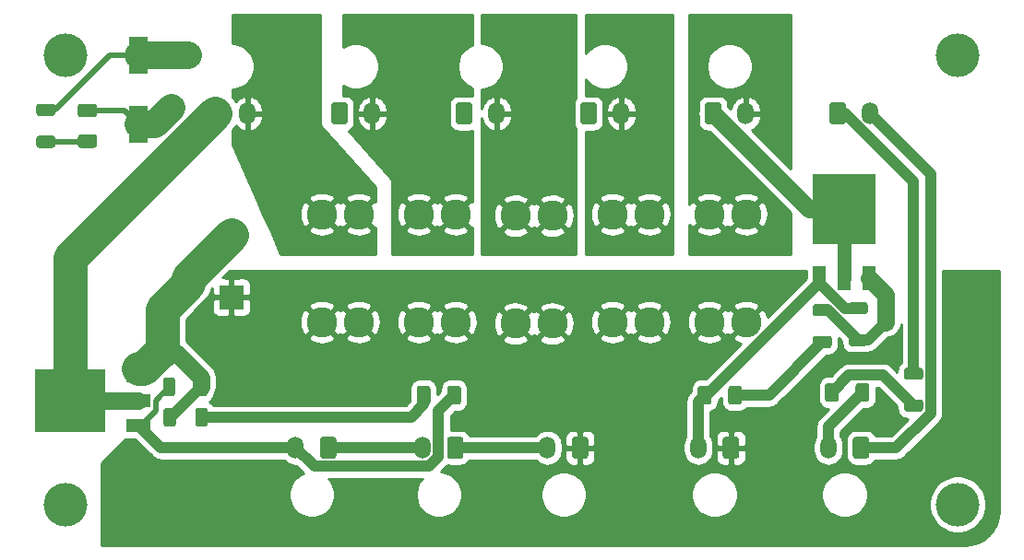
<source format=gbr>
%TF.GenerationSoftware,KiCad,Pcbnew,(5.1.9-0-10_14)*%
%TF.CreationDate,2022-05-15T18:46:11-07:00*%
%TF.ProjectId,PROTO_PCB_2022,50524f54-4f5f-4504-9342-5f323032322e,rev?*%
%TF.SameCoordinates,Original*%
%TF.FileFunction,Copper,L1,Top*%
%TF.FilePolarity,Positive*%
%FSLAX46Y46*%
G04 Gerber Fmt 4.6, Leading zero omitted, Abs format (unit mm)*
G04 Created by KiCad (PCBNEW (5.1.9-0-10_14)) date 2022-05-15 18:46:11*
%MOMM*%
%LPD*%
G01*
G04 APERTURE LIST*
%TA.AperFunction,SMDPad,CuDef*%
%ADD10R,5.800000X6.400000*%
%TD*%
%TA.AperFunction,SMDPad,CuDef*%
%ADD11R,1.200000X2.200000*%
%TD*%
%TA.AperFunction,SMDPad,CuDef*%
%ADD12R,6.400000X5.800000*%
%TD*%
%TA.AperFunction,SMDPad,CuDef*%
%ADD13R,2.200000X1.200000*%
%TD*%
%TA.AperFunction,ComponentPad*%
%ADD14O,1.500000X2.020000*%
%TD*%
%TA.AperFunction,ComponentPad*%
%ADD15C,2.300000*%
%TD*%
%TA.AperFunction,ComponentPad*%
%ADD16R,2.300000X2.300000*%
%TD*%
%TA.AperFunction,ComponentPad*%
%ADD17C,2.780000*%
%TD*%
%TA.AperFunction,ComponentPad*%
%ADD18C,4.000000*%
%TD*%
%TA.AperFunction,SMDPad,CuDef*%
%ADD19R,1.800000X3.400000*%
%TD*%
%TA.AperFunction,ViaPad*%
%ADD20C,0.800000*%
%TD*%
%TA.AperFunction,ViaPad*%
%ADD21C,1.400000*%
%TD*%
%TA.AperFunction,Conductor*%
%ADD22C,1.570000*%
%TD*%
%TA.AperFunction,Conductor*%
%ADD23C,3.140000*%
%TD*%
%TA.AperFunction,Conductor*%
%ADD24C,1.000000*%
%TD*%
%TA.AperFunction,Conductor*%
%ADD25C,2.500000*%
%TD*%
%TA.AperFunction,Conductor*%
%ADD26C,0.500000*%
%TD*%
%TA.AperFunction,Conductor*%
%ADD27C,1.300000*%
%TD*%
%TA.AperFunction,Conductor*%
%ADD28C,0.254000*%
%TD*%
%TA.AperFunction,Conductor*%
%ADD29C,0.100000*%
%TD*%
G04 APERTURE END LIST*
D10*
%TO.P,Q2,2*%
%TO.N,Net-(J9-Pad1)*%
X117602000Y-118296000D03*
D11*
%TO.P,Q2,3*%
%TO.N,GND*%
X119882000Y-124596000D03*
%TO.P,Q2,2*%
%TO.N,Net-(J9-Pad1)*%
X117602000Y-124596000D03*
%TO.P,Q2,1*%
%TO.N,Net-(J7-Pad2)*%
X115322000Y-124596000D03*
%TD*%
D12*
%TO.P,Q1,2*%
%TO.N,Net-(J5-Pad1)*%
X46541000Y-135890000D03*
D13*
%TO.P,Q1,3*%
%TO.N,GND*%
X52841000Y-133610000D03*
%TO.P,Q1,2*%
%TO.N,Net-(J5-Pad1)*%
X52841000Y-135890000D03*
%TO.P,Q1,1*%
%TO.N,Net-(J4-Pad2)*%
X52841000Y-138170000D03*
%TD*%
%TO.P,R1,2*%
%TO.N,Net-(L2-Pad1)*%
%TA.AperFunction,SMDPad,CuDef*%
G36*
G01*
X43697999Y-111517000D02*
X44948001Y-111517000D01*
G75*
G02*
X45198000Y-111766999I0J-249999D01*
G01*
X45198000Y-112392001D01*
G75*
G02*
X44948001Y-112642000I-249999J0D01*
G01*
X43697999Y-112642000D01*
G75*
G02*
X43448000Y-112392001I0J249999D01*
G01*
X43448000Y-111766999D01*
G75*
G02*
X43697999Y-111517000I249999J0D01*
G01*
G37*
%TD.AperFunction*%
%TO.P,R1,1*%
%TO.N,GND*%
%TA.AperFunction,SMDPad,CuDef*%
G36*
G01*
X43697999Y-108592000D02*
X44948001Y-108592000D01*
G75*
G02*
X45198000Y-108841999I0J-249999D01*
G01*
X45198000Y-109467001D01*
G75*
G02*
X44948001Y-109717000I-249999J0D01*
G01*
X43697999Y-109717000D01*
G75*
G02*
X43448000Y-109467001I0J249999D01*
G01*
X43448000Y-108841999D01*
G75*
G02*
X43697999Y-108592000I249999J0D01*
G01*
G37*
%TD.AperFunction*%
%TD*%
%TO.P,L2,2*%
%TO.N,+12V*%
%TA.AperFunction,SMDPad,CuDef*%
G36*
G01*
X48758000Y-109842000D02*
X47508000Y-109842000D01*
G75*
G02*
X47258000Y-109592000I0J250000D01*
G01*
X47258000Y-108842000D01*
G75*
G02*
X47508000Y-108592000I250000J0D01*
G01*
X48758000Y-108592000D01*
G75*
G02*
X49008000Y-108842000I0J-250000D01*
G01*
X49008000Y-109592000D01*
G75*
G02*
X48758000Y-109842000I-250000J0D01*
G01*
G37*
%TD.AperFunction*%
%TO.P,L2,1*%
%TO.N,Net-(L2-Pad1)*%
%TA.AperFunction,SMDPad,CuDef*%
G36*
G01*
X48758000Y-112642000D02*
X47508000Y-112642000D01*
G75*
G02*
X47258000Y-112392000I0J250000D01*
G01*
X47258000Y-111642000D01*
G75*
G02*
X47508000Y-111392000I250000J0D01*
G01*
X48758000Y-111392000D01*
G75*
G02*
X49008000Y-111642000I0J-250000D01*
G01*
X49008000Y-112392000D01*
G75*
G02*
X48758000Y-112642000I-250000J0D01*
G01*
G37*
%TD.AperFunction*%
%TD*%
D14*
%TO.P,J10,2*%
%TO.N,Net-(F5-Pad1)*%
X74271000Y-109476000D03*
%TO.P,J10,1*%
%TO.N,GND*%
%TA.AperFunction,ComponentPad*%
G36*
G01*
X70521000Y-110236000D02*
X70521000Y-108716000D01*
G75*
G02*
X70771000Y-108466000I250000J0D01*
G01*
X71771000Y-108466000D01*
G75*
G02*
X72021000Y-108716000I0J-250000D01*
G01*
X72021000Y-110236000D01*
G75*
G02*
X71771000Y-110486000I-250000J0D01*
G01*
X70771000Y-110486000D01*
G75*
G02*
X70521000Y-110236000I0J250000D01*
G01*
G37*
%TD.AperFunction*%
%TD*%
D15*
%TO.P,J1,2*%
%TO.N,GND*%
X61341000Y-120665000D03*
D16*
%TO.P,J1,1*%
%TO.N,+12V*%
X61341000Y-126365000D03*
%TD*%
D17*
%TO.P,F5,2*%
%TO.N,+12V*%
X78515000Y-128665000D03*
X81915000Y-128665000D03*
%TO.P,F5,1*%
%TO.N,Net-(F5-Pad1)*%
X78515000Y-118745000D03*
X81915000Y-118745000D03*
%TD*%
%TO.P,R6,2*%
%TO.N,Net-(J12-Pad1)*%
%TA.AperFunction,SMDPad,CuDef*%
G36*
G01*
X124577001Y-133974000D02*
X123326999Y-133974000D01*
G75*
G02*
X123077000Y-133724001I0J249999D01*
G01*
X123077000Y-133098999D01*
G75*
G02*
X123326999Y-132849000I249999J0D01*
G01*
X124577001Y-132849000D01*
G75*
G02*
X124827000Y-133098999I0J-249999D01*
G01*
X124827000Y-133724001D01*
G75*
G02*
X124577001Y-133974000I-249999J0D01*
G01*
G37*
%TD.AperFunction*%
%TO.P,R6,1*%
%TO.N,Net-(L4-Pad1)*%
%TA.AperFunction,SMDPad,CuDef*%
G36*
G01*
X124577001Y-136899000D02*
X123326999Y-136899000D01*
G75*
G02*
X123077000Y-136649001I0J249999D01*
G01*
X123077000Y-136023999D01*
G75*
G02*
X123326999Y-135774000I249999J0D01*
G01*
X124577001Y-135774000D01*
G75*
G02*
X124827000Y-136023999I0J-249999D01*
G01*
X124827000Y-136649001D01*
G75*
G02*
X124577001Y-136899000I-249999J0D01*
G01*
G37*
%TD.AperFunction*%
%TD*%
%TO.P,L4,2*%
%TO.N,Net-(J11-Pad2)*%
%TA.AperFunction,SMDPad,CuDef*%
G36*
G01*
X118631000Y-135753000D02*
X118631000Y-134503000D01*
G75*
G02*
X118881000Y-134253000I250000J0D01*
G01*
X119631000Y-134253000D01*
G75*
G02*
X119881000Y-134503000I0J-250000D01*
G01*
X119881000Y-135753000D01*
G75*
G02*
X119631000Y-136003000I-250000J0D01*
G01*
X118881000Y-136003000D01*
G75*
G02*
X118631000Y-135753000I0J250000D01*
G01*
G37*
%TD.AperFunction*%
%TO.P,L4,1*%
%TO.N,Net-(L4-Pad1)*%
%TA.AperFunction,SMDPad,CuDef*%
G36*
G01*
X115831000Y-135753000D02*
X115831000Y-134503000D01*
G75*
G02*
X116081000Y-134253000I250000J0D01*
G01*
X116831000Y-134253000D01*
G75*
G02*
X117081000Y-134503000I0J-250000D01*
G01*
X117081000Y-135753000D01*
G75*
G02*
X116831000Y-136003000I-250000J0D01*
G01*
X116081000Y-136003000D01*
G75*
G02*
X115831000Y-135753000I0J250000D01*
G01*
G37*
%TD.AperFunction*%
%TD*%
%TO.P,F3,2*%
%TO.N,+12V*%
X96295000Y-128665000D03*
X99695000Y-128665000D03*
%TO.P,F3,1*%
%TO.N,Net-(F3-Pad1)*%
X96295000Y-118745000D03*
X99695000Y-118745000D03*
%TD*%
D14*
%TO.P,J12,2*%
%TO.N,Net-(J11-Pad1)*%
X119991000Y-109476000D03*
%TO.P,J12,1*%
%TO.N,Net-(J12-Pad1)*%
%TA.AperFunction,ComponentPad*%
G36*
G01*
X116241000Y-110236000D02*
X116241000Y-108716000D01*
G75*
G02*
X116491000Y-108466000I250000J0D01*
G01*
X117491000Y-108466000D01*
G75*
G02*
X117741000Y-108716000I0J-250000D01*
G01*
X117741000Y-110236000D01*
G75*
G02*
X117491000Y-110486000I-250000J0D01*
G01*
X116491000Y-110486000D01*
G75*
G02*
X116241000Y-110236000I0J250000D01*
G01*
G37*
%TD.AperFunction*%
%TD*%
%TO.P,J11,2*%
%TO.N,Net-(J11-Pad2)*%
X116126000Y-140208000D03*
%TO.P,J11,1*%
%TO.N,Net-(J11-Pad1)*%
%TA.AperFunction,ComponentPad*%
G36*
G01*
X119876000Y-139448000D02*
X119876000Y-140968000D01*
G75*
G02*
X119626000Y-141218000I-250000J0D01*
G01*
X118626000Y-141218000D01*
G75*
G02*
X118376000Y-140968000I0J250000D01*
G01*
X118376000Y-139448000D01*
G75*
G02*
X118626000Y-139198000I250000J0D01*
G01*
X119626000Y-139198000D01*
G75*
G02*
X119876000Y-139448000I0J-250000D01*
G01*
G37*
%TD.AperFunction*%
%TD*%
%TO.P,J8,2*%
%TO.N,Net-(F3-Pad1)*%
X97131000Y-109476000D03*
%TO.P,J8,1*%
%TO.N,GND*%
%TA.AperFunction,ComponentPad*%
G36*
G01*
X93381000Y-110236000D02*
X93381000Y-108716000D01*
G75*
G02*
X93631000Y-108466000I250000J0D01*
G01*
X94631000Y-108466000D01*
G75*
G02*
X94881000Y-108716000I0J-250000D01*
G01*
X94881000Y-110236000D01*
G75*
G02*
X94631000Y-110486000I-250000J0D01*
G01*
X93631000Y-110486000D01*
G75*
G02*
X93381000Y-110236000I0J250000D01*
G01*
G37*
%TD.AperFunction*%
%TD*%
%TO.P,J9,2*%
%TO.N,Net-(F4-Pad1)*%
X108561000Y-109476000D03*
%TO.P,J9,1*%
%TO.N,Net-(J9-Pad1)*%
%TA.AperFunction,ComponentPad*%
G36*
G01*
X104811000Y-110236000D02*
X104811000Y-108716000D01*
G75*
G02*
X105061000Y-108466000I250000J0D01*
G01*
X106061000Y-108466000D01*
G75*
G02*
X106311000Y-108716000I0J-250000D01*
G01*
X106311000Y-110236000D01*
G75*
G02*
X106061000Y-110486000I-250000J0D01*
G01*
X105061000Y-110486000D01*
G75*
G02*
X104811000Y-110236000I0J250000D01*
G01*
G37*
%TD.AperFunction*%
%TD*%
%TO.P,J6,2*%
%TO.N,Net-(F2-Pad1)*%
X85701000Y-109476000D03*
%TO.P,J6,1*%
%TO.N,GND*%
%TA.AperFunction,ComponentPad*%
G36*
G01*
X81951000Y-110236000D02*
X81951000Y-108716000D01*
G75*
G02*
X82201000Y-108466000I250000J0D01*
G01*
X83201000Y-108466000D01*
G75*
G02*
X83451000Y-108716000I0J-250000D01*
G01*
X83451000Y-110236000D01*
G75*
G02*
X83201000Y-110486000I-250000J0D01*
G01*
X82201000Y-110486000D01*
G75*
G02*
X81951000Y-110236000I0J250000D01*
G01*
G37*
%TD.AperFunction*%
%TD*%
%TO.P,J7,2*%
%TO.N,Net-(J7-Pad2)*%
X104188000Y-140208000D03*
%TO.P,J7,1*%
%TO.N,+12V*%
%TA.AperFunction,ComponentPad*%
G36*
G01*
X107938000Y-139448000D02*
X107938000Y-140968000D01*
G75*
G02*
X107688000Y-141218000I-250000J0D01*
G01*
X106688000Y-141218000D01*
G75*
G02*
X106438000Y-140968000I0J250000D01*
G01*
X106438000Y-139448000D01*
G75*
G02*
X106688000Y-139198000I250000J0D01*
G01*
X107688000Y-139198000D01*
G75*
G02*
X107938000Y-139448000I0J-250000D01*
G01*
G37*
%TD.AperFunction*%
%TD*%
%TO.P,J5,2*%
%TO.N,Net-(F1-Pad1)*%
X62841000Y-109476000D03*
%TO.P,J5,1*%
%TO.N,Net-(J5-Pad1)*%
%TA.AperFunction,ComponentPad*%
G36*
G01*
X59091000Y-110236000D02*
X59091000Y-108716000D01*
G75*
G02*
X59341000Y-108466000I250000J0D01*
G01*
X60341000Y-108466000D01*
G75*
G02*
X60591000Y-108716000I0J-250000D01*
G01*
X60591000Y-110236000D01*
G75*
G02*
X60341000Y-110486000I-250000J0D01*
G01*
X59341000Y-110486000D01*
G75*
G02*
X59091000Y-110236000I0J250000D01*
G01*
G37*
%TD.AperFunction*%
%TD*%
%TO.P,J4,2*%
%TO.N,Net-(J4-Pad2)*%
X67231000Y-140208000D03*
%TO.P,J4,1*%
%TO.N,Net-(J3-Pad2)*%
%TA.AperFunction,ComponentPad*%
G36*
G01*
X70981000Y-139448000D02*
X70981000Y-140968000D01*
G75*
G02*
X70731000Y-141218000I-250000J0D01*
G01*
X69731000Y-141218000D01*
G75*
G02*
X69481000Y-140968000I0J250000D01*
G01*
X69481000Y-139448000D01*
G75*
G02*
X69731000Y-139198000I250000J0D01*
G01*
X70731000Y-139198000D01*
G75*
G02*
X70981000Y-139448000I0J-250000D01*
G01*
G37*
%TD.AperFunction*%
%TD*%
%TO.P,J3,2*%
%TO.N,Net-(J3-Pad2)*%
X78891000Y-140208000D03*
%TO.P,J3,1*%
%TO.N,Net-(J2-Pad2)*%
%TA.AperFunction,ComponentPad*%
G36*
G01*
X82641000Y-139448000D02*
X82641000Y-140968000D01*
G75*
G02*
X82391000Y-141218000I-250000J0D01*
G01*
X81391000Y-141218000D01*
G75*
G02*
X81141000Y-140968000I0J250000D01*
G01*
X81141000Y-139448000D01*
G75*
G02*
X81391000Y-139198000I250000J0D01*
G01*
X82391000Y-139198000D01*
G75*
G02*
X82641000Y-139448000I0J-250000D01*
G01*
G37*
%TD.AperFunction*%
%TD*%
%TO.P,J2,2*%
%TO.N,Net-(J2-Pad2)*%
X90345000Y-140208000D03*
%TO.P,J2,1*%
%TO.N,+12V*%
%TA.AperFunction,ComponentPad*%
G36*
G01*
X94095000Y-139448000D02*
X94095000Y-140968000D01*
G75*
G02*
X93845000Y-141218000I-250000J0D01*
G01*
X92845000Y-141218000D01*
G75*
G02*
X92595000Y-140968000I0J250000D01*
G01*
X92595000Y-139448000D01*
G75*
G02*
X92845000Y-139198000I250000J0D01*
G01*
X93845000Y-139198000D01*
G75*
G02*
X94095000Y-139448000I0J-250000D01*
G01*
G37*
%TD.AperFunction*%
%TD*%
D18*
%TO.P,H4,1*%
%TO.N,N/C*%
X128016000Y-145415000D03*
%TD*%
%TO.P,H3,1*%
%TO.N,N/C*%
X128016000Y-104140000D03*
%TD*%
%TO.P,H2,1*%
%TO.N,N/C*%
X46101000Y-145415000D03*
%TD*%
%TO.P,H1,1*%
%TO.N,N/C*%
X46101000Y-104140000D03*
%TD*%
D17*
%TO.P,F4,2*%
%TO.N,+12V*%
X105185000Y-128665000D03*
X108585000Y-128665000D03*
%TO.P,F4,1*%
%TO.N,Net-(F4-Pad1)*%
X105185000Y-118745000D03*
X108585000Y-118745000D03*
%TD*%
%TO.P,F2,2*%
%TO.N,+12V*%
X87405000Y-128792000D03*
X90805000Y-128792000D03*
%TO.P,F2,1*%
%TO.N,Net-(F2-Pad1)*%
X87405000Y-118872000D03*
X90805000Y-118872000D03*
%TD*%
%TO.P,F1,2*%
%TO.N,+12V*%
X69625000Y-128665000D03*
X73025000Y-128665000D03*
%TO.P,F1,1*%
%TO.N,Net-(F1-Pad1)*%
X69625000Y-118745000D03*
X73025000Y-118745000D03*
%TD*%
%TO.P,L3,2*%
%TO.N,Net-(J7-Pad2)*%
%TA.AperFunction,SMDPad,CuDef*%
G36*
G01*
X105397000Y-134757000D02*
X105397000Y-136007000D01*
G75*
G02*
X105147000Y-136257000I-250000J0D01*
G01*
X104397000Y-136257000D01*
G75*
G02*
X104147000Y-136007000I0J250000D01*
G01*
X104147000Y-134757000D01*
G75*
G02*
X104397000Y-134507000I250000J0D01*
G01*
X105147000Y-134507000D01*
G75*
G02*
X105397000Y-134757000I0J-250000D01*
G01*
G37*
%TD.AperFunction*%
%TO.P,L3,1*%
%TO.N,Net-(L3-Pad1)*%
%TA.AperFunction,SMDPad,CuDef*%
G36*
G01*
X108197000Y-134757000D02*
X108197000Y-136007000D01*
G75*
G02*
X107947000Y-136257000I-250000J0D01*
G01*
X107197000Y-136257000D01*
G75*
G02*
X106947000Y-136007000I0J250000D01*
G01*
X106947000Y-134757000D01*
G75*
G02*
X107197000Y-134507000I250000J0D01*
G01*
X107947000Y-134507000D01*
G75*
G02*
X108197000Y-134757000I0J-250000D01*
G01*
G37*
%TD.AperFunction*%
%TD*%
%TO.P,L1,2*%
%TO.N,Net-(J4-Pad2)*%
%TA.AperFunction,SMDPad,CuDef*%
G36*
G01*
X81163000Y-136007000D02*
X81163000Y-134757000D01*
G75*
G02*
X81413000Y-134507000I250000J0D01*
G01*
X82163000Y-134507000D01*
G75*
G02*
X82413000Y-134757000I0J-250000D01*
G01*
X82413000Y-136007000D01*
G75*
G02*
X82163000Y-136257000I-250000J0D01*
G01*
X81413000Y-136257000D01*
G75*
G02*
X81163000Y-136007000I0J250000D01*
G01*
G37*
%TD.AperFunction*%
%TO.P,L1,1*%
%TO.N,Net-(L1-Pad1)*%
%TA.AperFunction,SMDPad,CuDef*%
G36*
G01*
X78363000Y-136007000D02*
X78363000Y-134757000D01*
G75*
G02*
X78613000Y-134507000I250000J0D01*
G01*
X79363000Y-134507000D01*
G75*
G02*
X79613000Y-134757000I0J-250000D01*
G01*
X79613000Y-136007000D01*
G75*
G02*
X79363000Y-136257000I-250000J0D01*
G01*
X78613000Y-136257000D01*
G75*
G02*
X78363000Y-136007000I0J250000D01*
G01*
G37*
%TD.AperFunction*%
%TD*%
%TO.P,R5,2*%
%TO.N,GND*%
%TA.AperFunction,SMDPad,CuDef*%
G36*
G01*
X118246999Y-129743500D02*
X119497001Y-129743500D01*
G75*
G02*
X119747000Y-129993499I0J-249999D01*
G01*
X119747000Y-130618501D01*
G75*
G02*
X119497001Y-130868500I-249999J0D01*
G01*
X118246999Y-130868500D01*
G75*
G02*
X117997000Y-130618501I0J249999D01*
G01*
X117997000Y-129993499D01*
G75*
G02*
X118246999Y-129743500I249999J0D01*
G01*
G37*
%TD.AperFunction*%
%TO.P,R5,1*%
%TO.N,Net-(J7-Pad2)*%
%TA.AperFunction,SMDPad,CuDef*%
G36*
G01*
X118246999Y-126818500D02*
X119497001Y-126818500D01*
G75*
G02*
X119747000Y-127068499I0J-249999D01*
G01*
X119747000Y-127693501D01*
G75*
G02*
X119497001Y-127943500I-249999J0D01*
G01*
X118246999Y-127943500D01*
G75*
G02*
X117997000Y-127693501I0J249999D01*
G01*
X117997000Y-127068499D01*
G75*
G02*
X118246999Y-126818500I249999J0D01*
G01*
G37*
%TD.AperFunction*%
%TD*%
%TO.P,R4,2*%
%TO.N,GND*%
%TA.AperFunction,SMDPad,CuDef*%
G36*
G01*
X116195001Y-128132000D02*
X114944999Y-128132000D01*
G75*
G02*
X114695000Y-127882001I0J249999D01*
G01*
X114695000Y-127256999D01*
G75*
G02*
X114944999Y-127007000I249999J0D01*
G01*
X116195001Y-127007000D01*
G75*
G02*
X116445000Y-127256999I0J-249999D01*
G01*
X116445000Y-127882001D01*
G75*
G02*
X116195001Y-128132000I-249999J0D01*
G01*
G37*
%TD.AperFunction*%
%TO.P,R4,1*%
%TO.N,Net-(L3-Pad1)*%
%TA.AperFunction,SMDPad,CuDef*%
G36*
G01*
X116195001Y-131057000D02*
X114944999Y-131057000D01*
G75*
G02*
X114695000Y-130807001I0J249999D01*
G01*
X114695000Y-130181999D01*
G75*
G02*
X114944999Y-129932000I249999J0D01*
G01*
X116195001Y-129932000D01*
G75*
G02*
X116445000Y-130181999I0J-249999D01*
G01*
X116445000Y-130807001D01*
G75*
G02*
X116195001Y-131057000I-249999J0D01*
G01*
G37*
%TD.AperFunction*%
%TD*%
%TO.P,R3,2*%
%TO.N,GND*%
%TA.AperFunction,SMDPad,CuDef*%
G36*
G01*
X57988500Y-135245001D02*
X57988500Y-133994999D01*
G75*
G02*
X58238499Y-133745000I249999J0D01*
G01*
X58863501Y-133745000D01*
G75*
G02*
X59113500Y-133994999I0J-249999D01*
G01*
X59113500Y-135245001D01*
G75*
G02*
X58863501Y-135495000I-249999J0D01*
G01*
X58238499Y-135495000D01*
G75*
G02*
X57988500Y-135245001I0J249999D01*
G01*
G37*
%TD.AperFunction*%
%TO.P,R3,1*%
%TO.N,Net-(J4-Pad2)*%
%TA.AperFunction,SMDPad,CuDef*%
G36*
G01*
X55063500Y-135245001D02*
X55063500Y-133994999D01*
G75*
G02*
X55313499Y-133745000I249999J0D01*
G01*
X55938501Y-133745000D01*
G75*
G02*
X56188500Y-133994999I0J-249999D01*
G01*
X56188500Y-135245001D01*
G75*
G02*
X55938501Y-135495000I-249999J0D01*
G01*
X55313499Y-135495000D01*
G75*
G02*
X55063500Y-135245001I0J249999D01*
G01*
G37*
%TD.AperFunction*%
%TD*%
%TO.P,R2,2*%
%TO.N,GND*%
%TA.AperFunction,SMDPad,CuDef*%
G36*
G01*
X56250000Y-136788999D02*
X56250000Y-138039001D01*
G75*
G02*
X56000001Y-138289000I-249999J0D01*
G01*
X55374999Y-138289000D01*
G75*
G02*
X55125000Y-138039001I0J249999D01*
G01*
X55125000Y-136788999D01*
G75*
G02*
X55374999Y-136539000I249999J0D01*
G01*
X56000001Y-136539000D01*
G75*
G02*
X56250000Y-136788999I0J-249999D01*
G01*
G37*
%TD.AperFunction*%
%TO.P,R2,1*%
%TO.N,Net-(L1-Pad1)*%
%TA.AperFunction,SMDPad,CuDef*%
G36*
G01*
X59175000Y-136788999D02*
X59175000Y-138039001D01*
G75*
G02*
X58925001Y-138289000I-249999J0D01*
G01*
X58299999Y-138289000D01*
G75*
G02*
X58050000Y-138039001I0J249999D01*
G01*
X58050000Y-136788999D01*
G75*
G02*
X58299999Y-136539000I249999J0D01*
G01*
X58925001Y-136539000D01*
G75*
G02*
X59175000Y-136788999I0J-249999D01*
G01*
G37*
%TD.AperFunction*%
%TD*%
D19*
%TO.P,TP2,1*%
%TO.N,GND*%
X52832000Y-104140000D03*
%TD*%
%TO.P,TP1,1*%
%TO.N,+12V*%
X52832000Y-110490000D03*
%TD*%
D20*
%TO.N,GND*%
X54991000Y-130175000D03*
X54991000Y-128270000D03*
X55633500Y-126372500D03*
X121412000Y-127381000D03*
X121412000Y-128651000D03*
X121404500Y-126118500D03*
X59443500Y-122562500D03*
X58173500Y-123832500D03*
X56903500Y-125102500D03*
D21*
X57404000Y-104140000D03*
%TO.N,+12V*%
X55880000Y-108966000D03*
%TD*%
D22*
%TO.N,GND*%
X58551000Y-133735000D02*
X58551000Y-134620000D01*
X56261000Y-131445000D02*
X58551000Y-133735000D01*
X54991000Y-127015000D02*
X54991000Y-128270000D01*
X61341000Y-120665000D02*
X59443500Y-122562500D01*
X54991000Y-131445000D02*
X56261000Y-131445000D01*
X54991000Y-130175000D02*
X54991000Y-131445000D01*
X54991000Y-128270000D02*
X54991000Y-130175000D01*
X55633500Y-126372500D02*
X54991000Y-127015000D01*
X119882000Y-124596000D02*
X121404500Y-126118500D01*
X121412000Y-126126000D02*
X121412000Y-127381000D01*
X121412000Y-127381000D02*
X121412000Y-128651000D01*
X121404500Y-126118500D02*
X121412000Y-126126000D01*
X59443500Y-122562500D02*
X58173500Y-123832500D01*
X58173500Y-123832500D02*
X56903500Y-125102500D01*
X56903500Y-125102500D02*
X55633500Y-126372500D01*
X54356000Y-131445000D02*
X54991000Y-131445000D01*
X52841000Y-132960000D02*
X54356000Y-131445000D01*
D23*
X54991000Y-127478602D02*
X54991000Y-130175000D01*
X57361001Y-125108601D02*
X54991000Y-127478602D01*
X57361001Y-124644999D02*
X57361001Y-125108601D01*
X61341000Y-120665000D02*
X57361001Y-124644999D01*
X54991000Y-130175000D02*
X54991000Y-131184990D01*
X53215990Y-132960000D02*
X52841000Y-132960000D01*
X54991000Y-131184990D02*
X53215990Y-132960000D01*
D24*
X55687500Y-137414000D02*
X55757000Y-137414000D01*
X55757000Y-137414000D02*
X58551000Y-134620000D01*
X116135500Y-127569500D02*
X118872000Y-130306000D01*
X115570000Y-127569500D02*
X116135500Y-127569500D01*
X119757000Y-130306000D02*
X121412000Y-128651000D01*
X118872000Y-130306000D02*
X119757000Y-130306000D01*
D25*
X52832000Y-104140000D02*
X57404000Y-104140000D01*
D26*
X50212500Y-104140000D02*
X45198000Y-109154500D01*
X52832000Y-104140000D02*
X50212500Y-104140000D01*
X45198000Y-109154500D02*
X44323000Y-109154500D01*
%TO.N,+12V*%
X51559000Y-109217000D02*
X52832000Y-110490000D01*
X48133000Y-109217000D02*
X51559000Y-109217000D01*
D25*
X54356000Y-110490000D02*
X55880000Y-108966000D01*
X52832000Y-110490000D02*
X54356000Y-110490000D01*
D24*
%TO.N,Net-(J2-Pad2)*%
X81891000Y-140208000D02*
X90345000Y-140208000D01*
%TO.N,Net-(J3-Pad2)*%
X70231000Y-140208000D02*
X78891000Y-140208000D01*
D22*
%TO.N,Net-(J5-Pad1)*%
X46541000Y-135890000D02*
X52841000Y-135890000D01*
D23*
X46541000Y-135890000D02*
X47371000Y-135890000D01*
X46541000Y-122776000D02*
X46541000Y-135890000D01*
X59841000Y-109476000D02*
X46541000Y-122776000D01*
D24*
%TO.N,Net-(J11-Pad1)*%
X125527010Y-115012010D02*
X119991000Y-109476000D01*
X125527010Y-137042510D02*
X125527010Y-115012010D01*
X122361520Y-140208000D02*
X125527010Y-137042510D01*
X119126000Y-140208000D02*
X122361520Y-140208000D01*
%TO.N,Net-(J12-Pad1)*%
X117680377Y-109476000D02*
X116991000Y-109476000D01*
X123952000Y-115747623D02*
X117680377Y-109476000D01*
X123952000Y-133411500D02*
X123952000Y-115747623D01*
%TO.N,Net-(J4-Pad2)*%
X52841000Y-138170000D02*
X54879000Y-140208000D01*
X54879000Y-140208000D02*
X67231000Y-140208000D01*
D26*
X54391001Y-136850001D02*
X53071002Y-138170000D01*
X54391001Y-135854999D02*
X54391001Y-136850001D01*
X55626000Y-134620000D02*
X54391001Y-135854999D01*
X53071002Y-138170000D02*
X52841000Y-138170000D01*
D24*
X80341010Y-136828990D02*
X81788000Y-135382000D01*
X80341010Y-141068613D02*
X80341010Y-136828990D01*
X79491613Y-141918010D02*
X80341010Y-141068613D01*
X68941010Y-141918010D02*
X79491613Y-141918010D01*
X67231000Y-140208000D02*
X68941010Y-141918010D01*
%TO.N,Net-(J7-Pad2)*%
X104188000Y-140208000D02*
X104188000Y-135966000D01*
X104188000Y-135966000D02*
X104772000Y-135382000D01*
X104961202Y-135382000D02*
X115322000Y-125021202D01*
X115322000Y-125021202D02*
X115322000Y-124596000D01*
X104772000Y-135382000D02*
X104961202Y-135382000D01*
X117662520Y-127381000D02*
X118872000Y-127381000D01*
X115322000Y-125040480D02*
X117662520Y-127381000D01*
X115322000Y-124596000D02*
X115322000Y-125040480D01*
D27*
%TO.N,Net-(J9-Pad1)*%
X117602000Y-124596000D02*
X117602000Y-118296000D01*
D24*
X115697000Y-116391000D02*
X117602000Y-118296000D01*
D22*
X114381000Y-118296000D02*
X117602000Y-118296000D01*
X105561000Y-109476000D02*
X114381000Y-118296000D01*
D24*
%TO.N,Net-(J11-Pad2)*%
X116126000Y-140208000D02*
X116126000Y-138258000D01*
X116126000Y-138258000D02*
X119256000Y-135128000D01*
%TO.N,Net-(L1-Pad1)*%
X77831000Y-137414000D02*
X58612500Y-137414000D01*
X78988000Y-136257000D02*
X77831000Y-137414000D01*
X78988000Y-135382000D02*
X78988000Y-136257000D01*
D26*
%TO.N,Net-(L2-Pad1)*%
X48070500Y-112079500D02*
X48133000Y-112017000D01*
X44323000Y-112079500D02*
X48070500Y-112079500D01*
D24*
%TO.N,Net-(L3-Pad1)*%
X107572000Y-135382000D02*
X110682500Y-135382000D01*
X110682500Y-135382000D02*
X115570000Y-130494500D01*
%TO.N,Net-(L4-Pad1)*%
X118031010Y-133552990D02*
X116456000Y-135128000D01*
X121168490Y-133552990D02*
X118031010Y-133552990D01*
X123952000Y-136336500D02*
X121168490Y-133552990D01*
%TD*%
D28*
%TO.N,Net-(F2-Pad1)*%
X92964000Y-108135606D02*
X92892595Y-108222614D01*
X92810528Y-108376150D01*
X92759992Y-108542746D01*
X92742928Y-108716000D01*
X92742928Y-110236000D01*
X92759992Y-110409254D01*
X92810528Y-110575850D01*
X92892595Y-110729386D01*
X92964000Y-110816394D01*
X92964000Y-122428000D01*
X84328000Y-122428000D01*
X84328000Y-120285325D01*
X86171280Y-120285325D01*
X86314052Y-120589625D01*
X86670107Y-120769455D01*
X87054402Y-120876366D01*
X87452171Y-120906251D01*
X87848128Y-120857961D01*
X88227055Y-120733352D01*
X88495948Y-120589625D01*
X88638720Y-120285325D01*
X89571280Y-120285325D01*
X89714052Y-120589625D01*
X90070107Y-120769455D01*
X90454402Y-120876366D01*
X90852171Y-120906251D01*
X91248128Y-120857961D01*
X91627055Y-120733352D01*
X91895948Y-120589625D01*
X92038720Y-120285325D01*
X90805000Y-119051605D01*
X89571280Y-120285325D01*
X88638720Y-120285325D01*
X87405000Y-119051605D01*
X86171280Y-120285325D01*
X84328000Y-120285325D01*
X84328000Y-118919171D01*
X85370749Y-118919171D01*
X85419039Y-119315128D01*
X85543648Y-119694055D01*
X85687375Y-119962948D01*
X85991675Y-120105720D01*
X87225395Y-118872000D01*
X87584605Y-118872000D01*
X88818325Y-120105720D01*
X89105000Y-119971217D01*
X89391675Y-120105720D01*
X90625395Y-118872000D01*
X90984605Y-118872000D01*
X92218325Y-120105720D01*
X92522625Y-119962948D01*
X92702455Y-119606893D01*
X92809366Y-119222598D01*
X92839251Y-118824829D01*
X92790961Y-118428872D01*
X92666352Y-118049945D01*
X92522625Y-117781052D01*
X92218325Y-117638280D01*
X90984605Y-118872000D01*
X90625395Y-118872000D01*
X89391675Y-117638280D01*
X89105000Y-117772783D01*
X88818325Y-117638280D01*
X87584605Y-118872000D01*
X87225395Y-118872000D01*
X85991675Y-117638280D01*
X85687375Y-117781052D01*
X85507545Y-118137107D01*
X85400634Y-118521402D01*
X85370749Y-118919171D01*
X84328000Y-118919171D01*
X84328000Y-117458675D01*
X86171280Y-117458675D01*
X87405000Y-118692395D01*
X88638720Y-117458675D01*
X89571280Y-117458675D01*
X90805000Y-118692395D01*
X92038720Y-117458675D01*
X91895948Y-117154375D01*
X91539893Y-116974545D01*
X91155598Y-116867634D01*
X90757829Y-116837749D01*
X90361872Y-116886039D01*
X89982945Y-117010648D01*
X89714052Y-117154375D01*
X89571280Y-117458675D01*
X88638720Y-117458675D01*
X88495948Y-117154375D01*
X88139893Y-116974545D01*
X87755598Y-116867634D01*
X87357829Y-116837749D01*
X86961872Y-116886039D01*
X86582945Y-117010648D01*
X86314052Y-117154375D01*
X86171280Y-117458675D01*
X84328000Y-117458675D01*
X84328000Y-109925525D01*
X84367389Y-110130760D01*
X84470028Y-110383349D01*
X84619972Y-110611061D01*
X84811460Y-110805145D01*
X85037132Y-110958142D01*
X85288316Y-111064173D01*
X85359815Y-111078318D01*
X85574000Y-110955656D01*
X85574000Y-109603000D01*
X85828000Y-109603000D01*
X85828000Y-110955656D01*
X86042185Y-111078318D01*
X86113684Y-111064173D01*
X86364868Y-110958142D01*
X86590540Y-110805145D01*
X86782028Y-110611061D01*
X86931972Y-110383349D01*
X87034611Y-110130760D01*
X87086000Y-109863000D01*
X87086000Y-109603000D01*
X85828000Y-109603000D01*
X85574000Y-109603000D01*
X85554000Y-109603000D01*
X85554000Y-109349000D01*
X85574000Y-109349000D01*
X85574000Y-107996344D01*
X85828000Y-107996344D01*
X85828000Y-109349000D01*
X87086000Y-109349000D01*
X87086000Y-109089000D01*
X87034611Y-108821240D01*
X86931972Y-108568651D01*
X86782028Y-108340939D01*
X86590540Y-108146855D01*
X86364868Y-107993858D01*
X86113684Y-107887827D01*
X86042185Y-107873682D01*
X85828000Y-107996344D01*
X85574000Y-107996344D01*
X85359815Y-107873682D01*
X85288316Y-107887827D01*
X85037132Y-107993858D01*
X84811460Y-108146855D01*
X84619972Y-108340939D01*
X84470028Y-108568651D01*
X84367389Y-108821240D01*
X84328000Y-109026475D01*
X84328000Y-107291000D01*
X84411279Y-107291000D01*
X84823756Y-107208953D01*
X85212302Y-107048012D01*
X85561983Y-106814363D01*
X85859363Y-106516983D01*
X86093012Y-106167302D01*
X86253953Y-105778756D01*
X86336000Y-105366279D01*
X86336000Y-104945721D01*
X86253953Y-104533244D01*
X86093012Y-104144698D01*
X85859363Y-103795017D01*
X85561983Y-103497637D01*
X85212302Y-103263988D01*
X84823756Y-103103047D01*
X84411279Y-103021000D01*
X84328000Y-103021000D01*
X84328000Y-100380000D01*
X92964000Y-100380000D01*
X92964000Y-108135606D01*
%TA.AperFunction,Conductor*%
D29*
G36*
X92964000Y-108135606D02*
G01*
X92892595Y-108222614D01*
X92810528Y-108376150D01*
X92759992Y-108542746D01*
X92742928Y-108716000D01*
X92742928Y-110236000D01*
X92759992Y-110409254D01*
X92810528Y-110575850D01*
X92892595Y-110729386D01*
X92964000Y-110816394D01*
X92964000Y-122428000D01*
X84328000Y-122428000D01*
X84328000Y-120285325D01*
X86171280Y-120285325D01*
X86314052Y-120589625D01*
X86670107Y-120769455D01*
X87054402Y-120876366D01*
X87452171Y-120906251D01*
X87848128Y-120857961D01*
X88227055Y-120733352D01*
X88495948Y-120589625D01*
X88638720Y-120285325D01*
X89571280Y-120285325D01*
X89714052Y-120589625D01*
X90070107Y-120769455D01*
X90454402Y-120876366D01*
X90852171Y-120906251D01*
X91248128Y-120857961D01*
X91627055Y-120733352D01*
X91895948Y-120589625D01*
X92038720Y-120285325D01*
X90805000Y-119051605D01*
X89571280Y-120285325D01*
X88638720Y-120285325D01*
X87405000Y-119051605D01*
X86171280Y-120285325D01*
X84328000Y-120285325D01*
X84328000Y-118919171D01*
X85370749Y-118919171D01*
X85419039Y-119315128D01*
X85543648Y-119694055D01*
X85687375Y-119962948D01*
X85991675Y-120105720D01*
X87225395Y-118872000D01*
X87584605Y-118872000D01*
X88818325Y-120105720D01*
X89105000Y-119971217D01*
X89391675Y-120105720D01*
X90625395Y-118872000D01*
X90984605Y-118872000D01*
X92218325Y-120105720D01*
X92522625Y-119962948D01*
X92702455Y-119606893D01*
X92809366Y-119222598D01*
X92839251Y-118824829D01*
X92790961Y-118428872D01*
X92666352Y-118049945D01*
X92522625Y-117781052D01*
X92218325Y-117638280D01*
X90984605Y-118872000D01*
X90625395Y-118872000D01*
X89391675Y-117638280D01*
X89105000Y-117772783D01*
X88818325Y-117638280D01*
X87584605Y-118872000D01*
X87225395Y-118872000D01*
X85991675Y-117638280D01*
X85687375Y-117781052D01*
X85507545Y-118137107D01*
X85400634Y-118521402D01*
X85370749Y-118919171D01*
X84328000Y-118919171D01*
X84328000Y-117458675D01*
X86171280Y-117458675D01*
X87405000Y-118692395D01*
X88638720Y-117458675D01*
X89571280Y-117458675D01*
X90805000Y-118692395D01*
X92038720Y-117458675D01*
X91895948Y-117154375D01*
X91539893Y-116974545D01*
X91155598Y-116867634D01*
X90757829Y-116837749D01*
X90361872Y-116886039D01*
X89982945Y-117010648D01*
X89714052Y-117154375D01*
X89571280Y-117458675D01*
X88638720Y-117458675D01*
X88495948Y-117154375D01*
X88139893Y-116974545D01*
X87755598Y-116867634D01*
X87357829Y-116837749D01*
X86961872Y-116886039D01*
X86582945Y-117010648D01*
X86314052Y-117154375D01*
X86171280Y-117458675D01*
X84328000Y-117458675D01*
X84328000Y-109925525D01*
X84367389Y-110130760D01*
X84470028Y-110383349D01*
X84619972Y-110611061D01*
X84811460Y-110805145D01*
X85037132Y-110958142D01*
X85288316Y-111064173D01*
X85359815Y-111078318D01*
X85574000Y-110955656D01*
X85574000Y-109603000D01*
X85828000Y-109603000D01*
X85828000Y-110955656D01*
X86042185Y-111078318D01*
X86113684Y-111064173D01*
X86364868Y-110958142D01*
X86590540Y-110805145D01*
X86782028Y-110611061D01*
X86931972Y-110383349D01*
X87034611Y-110130760D01*
X87086000Y-109863000D01*
X87086000Y-109603000D01*
X85828000Y-109603000D01*
X85574000Y-109603000D01*
X85554000Y-109603000D01*
X85554000Y-109349000D01*
X85574000Y-109349000D01*
X85574000Y-107996344D01*
X85828000Y-107996344D01*
X85828000Y-109349000D01*
X87086000Y-109349000D01*
X87086000Y-109089000D01*
X87034611Y-108821240D01*
X86931972Y-108568651D01*
X86782028Y-108340939D01*
X86590540Y-108146855D01*
X86364868Y-107993858D01*
X86113684Y-107887827D01*
X86042185Y-107873682D01*
X85828000Y-107996344D01*
X85574000Y-107996344D01*
X85359815Y-107873682D01*
X85288316Y-107887827D01*
X85037132Y-107993858D01*
X84811460Y-108146855D01*
X84619972Y-108340939D01*
X84470028Y-108568651D01*
X84367389Y-108821240D01*
X84328000Y-109026475D01*
X84328000Y-107291000D01*
X84411279Y-107291000D01*
X84823756Y-107208953D01*
X85212302Y-107048012D01*
X85561983Y-106814363D01*
X85859363Y-106516983D01*
X86093012Y-106167302D01*
X86253953Y-105778756D01*
X86336000Y-105366279D01*
X86336000Y-104945721D01*
X86253953Y-104533244D01*
X86093012Y-104144698D01*
X85859363Y-103795017D01*
X85561983Y-103497637D01*
X85212302Y-103263988D01*
X84823756Y-103103047D01*
X84411279Y-103021000D01*
X84328000Y-103021000D01*
X84328000Y-100380000D01*
X92964000Y-100380000D01*
X92964000Y-108135606D01*
G37*
%TD.AperFunction*%
%TD*%
D28*
%TO.N,Net-(F3-Pad1)*%
X101854000Y-122428000D02*
X93853000Y-122428000D01*
X93853000Y-120158325D01*
X95061280Y-120158325D01*
X95204052Y-120462625D01*
X95560107Y-120642455D01*
X95944402Y-120749366D01*
X96342171Y-120779251D01*
X96738128Y-120730961D01*
X97117055Y-120606352D01*
X97385948Y-120462625D01*
X97528720Y-120158325D01*
X98461280Y-120158325D01*
X98604052Y-120462625D01*
X98960107Y-120642455D01*
X99344402Y-120749366D01*
X99742171Y-120779251D01*
X100138128Y-120730961D01*
X100517055Y-120606352D01*
X100785948Y-120462625D01*
X100928720Y-120158325D01*
X99695000Y-118924605D01*
X98461280Y-120158325D01*
X97528720Y-120158325D01*
X96295000Y-118924605D01*
X95061280Y-120158325D01*
X93853000Y-120158325D01*
X93853000Y-118792171D01*
X94260749Y-118792171D01*
X94309039Y-119188128D01*
X94433648Y-119567055D01*
X94577375Y-119835948D01*
X94881675Y-119978720D01*
X96115395Y-118745000D01*
X96474605Y-118745000D01*
X97708325Y-119978720D01*
X97995000Y-119844217D01*
X98281675Y-119978720D01*
X99515395Y-118745000D01*
X99874605Y-118745000D01*
X101108325Y-119978720D01*
X101412625Y-119835948D01*
X101592455Y-119479893D01*
X101699366Y-119095598D01*
X101729251Y-118697829D01*
X101680961Y-118301872D01*
X101556352Y-117922945D01*
X101412625Y-117654052D01*
X101108325Y-117511280D01*
X99874605Y-118745000D01*
X99515395Y-118745000D01*
X98281675Y-117511280D01*
X97995000Y-117645783D01*
X97708325Y-117511280D01*
X96474605Y-118745000D01*
X96115395Y-118745000D01*
X94881675Y-117511280D01*
X94577375Y-117654052D01*
X94397545Y-118010107D01*
X94290634Y-118394402D01*
X94260749Y-118792171D01*
X93853000Y-118792171D01*
X93853000Y-117331675D01*
X95061280Y-117331675D01*
X96295000Y-118565395D01*
X97528720Y-117331675D01*
X98461280Y-117331675D01*
X99695000Y-118565395D01*
X100928720Y-117331675D01*
X100785948Y-117027375D01*
X100429893Y-116847545D01*
X100045598Y-116740634D01*
X99647829Y-116710749D01*
X99251872Y-116759039D01*
X98872945Y-116883648D01*
X98604052Y-117027375D01*
X98461280Y-117331675D01*
X97528720Y-117331675D01*
X97385948Y-117027375D01*
X97029893Y-116847545D01*
X96645598Y-116740634D01*
X96247829Y-116710749D01*
X95851872Y-116759039D01*
X95472945Y-116883648D01*
X95204052Y-117027375D01*
X95061280Y-117331675D01*
X93853000Y-117331675D01*
X93853000Y-111124072D01*
X94631000Y-111124072D01*
X94804254Y-111107008D01*
X94970850Y-111056472D01*
X95124386Y-110974405D01*
X95258962Y-110863962D01*
X95369405Y-110729386D01*
X95451472Y-110575850D01*
X95502008Y-110409254D01*
X95519072Y-110236000D01*
X95519072Y-109603000D01*
X95746000Y-109603000D01*
X95746000Y-109863000D01*
X95797389Y-110130760D01*
X95900028Y-110383349D01*
X96049972Y-110611061D01*
X96241460Y-110805145D01*
X96467132Y-110958142D01*
X96718316Y-111064173D01*
X96789815Y-111078318D01*
X97004000Y-110955656D01*
X97004000Y-109603000D01*
X97258000Y-109603000D01*
X97258000Y-110955656D01*
X97472185Y-111078318D01*
X97543684Y-111064173D01*
X97794868Y-110958142D01*
X98020540Y-110805145D01*
X98212028Y-110611061D01*
X98361972Y-110383349D01*
X98464611Y-110130760D01*
X98516000Y-109863000D01*
X98516000Y-109603000D01*
X97258000Y-109603000D01*
X97004000Y-109603000D01*
X95746000Y-109603000D01*
X95519072Y-109603000D01*
X95519072Y-109089000D01*
X95746000Y-109089000D01*
X95746000Y-109349000D01*
X97004000Y-109349000D01*
X97004000Y-107996344D01*
X97258000Y-107996344D01*
X97258000Y-109349000D01*
X98516000Y-109349000D01*
X98516000Y-109089000D01*
X98464611Y-108821240D01*
X98361972Y-108568651D01*
X98212028Y-108340939D01*
X98020540Y-108146855D01*
X97794868Y-107993858D01*
X97543684Y-107887827D01*
X97472185Y-107873682D01*
X97258000Y-107996344D01*
X97004000Y-107996344D01*
X96789815Y-107873682D01*
X96718316Y-107887827D01*
X96467132Y-107993858D01*
X96241460Y-108146855D01*
X96049972Y-108340939D01*
X95900028Y-108568651D01*
X95797389Y-108821240D01*
X95746000Y-109089000D01*
X95519072Y-109089000D01*
X95519072Y-108716000D01*
X95502008Y-108542746D01*
X95451472Y-108376150D01*
X95369405Y-108222614D01*
X95258962Y-108088038D01*
X95124386Y-107977595D01*
X94970850Y-107895528D01*
X94804254Y-107844992D01*
X94631000Y-107827928D01*
X93853000Y-107827928D01*
X93853000Y-106337933D01*
X93972637Y-106516983D01*
X94270017Y-106814363D01*
X94619698Y-107048012D01*
X95008244Y-107208953D01*
X95420721Y-107291000D01*
X95841279Y-107291000D01*
X96253756Y-107208953D01*
X96642302Y-107048012D01*
X96991983Y-106814363D01*
X97289363Y-106516983D01*
X97523012Y-106167302D01*
X97683953Y-105778756D01*
X97766000Y-105366279D01*
X97766000Y-104945721D01*
X97683953Y-104533244D01*
X97523012Y-104144698D01*
X97289363Y-103795017D01*
X96991983Y-103497637D01*
X96642302Y-103263988D01*
X96253756Y-103103047D01*
X95841279Y-103021000D01*
X95420721Y-103021000D01*
X95008244Y-103103047D01*
X94619698Y-103263988D01*
X94270017Y-103497637D01*
X93972637Y-103795017D01*
X93853000Y-103974067D01*
X93853000Y-100380000D01*
X101854000Y-100380000D01*
X101854000Y-122428000D01*
%TA.AperFunction,Conductor*%
D29*
G36*
X101854000Y-122428000D02*
G01*
X93853000Y-122428000D01*
X93853000Y-120158325D01*
X95061280Y-120158325D01*
X95204052Y-120462625D01*
X95560107Y-120642455D01*
X95944402Y-120749366D01*
X96342171Y-120779251D01*
X96738128Y-120730961D01*
X97117055Y-120606352D01*
X97385948Y-120462625D01*
X97528720Y-120158325D01*
X98461280Y-120158325D01*
X98604052Y-120462625D01*
X98960107Y-120642455D01*
X99344402Y-120749366D01*
X99742171Y-120779251D01*
X100138128Y-120730961D01*
X100517055Y-120606352D01*
X100785948Y-120462625D01*
X100928720Y-120158325D01*
X99695000Y-118924605D01*
X98461280Y-120158325D01*
X97528720Y-120158325D01*
X96295000Y-118924605D01*
X95061280Y-120158325D01*
X93853000Y-120158325D01*
X93853000Y-118792171D01*
X94260749Y-118792171D01*
X94309039Y-119188128D01*
X94433648Y-119567055D01*
X94577375Y-119835948D01*
X94881675Y-119978720D01*
X96115395Y-118745000D01*
X96474605Y-118745000D01*
X97708325Y-119978720D01*
X97995000Y-119844217D01*
X98281675Y-119978720D01*
X99515395Y-118745000D01*
X99874605Y-118745000D01*
X101108325Y-119978720D01*
X101412625Y-119835948D01*
X101592455Y-119479893D01*
X101699366Y-119095598D01*
X101729251Y-118697829D01*
X101680961Y-118301872D01*
X101556352Y-117922945D01*
X101412625Y-117654052D01*
X101108325Y-117511280D01*
X99874605Y-118745000D01*
X99515395Y-118745000D01*
X98281675Y-117511280D01*
X97995000Y-117645783D01*
X97708325Y-117511280D01*
X96474605Y-118745000D01*
X96115395Y-118745000D01*
X94881675Y-117511280D01*
X94577375Y-117654052D01*
X94397545Y-118010107D01*
X94290634Y-118394402D01*
X94260749Y-118792171D01*
X93853000Y-118792171D01*
X93853000Y-117331675D01*
X95061280Y-117331675D01*
X96295000Y-118565395D01*
X97528720Y-117331675D01*
X98461280Y-117331675D01*
X99695000Y-118565395D01*
X100928720Y-117331675D01*
X100785948Y-117027375D01*
X100429893Y-116847545D01*
X100045598Y-116740634D01*
X99647829Y-116710749D01*
X99251872Y-116759039D01*
X98872945Y-116883648D01*
X98604052Y-117027375D01*
X98461280Y-117331675D01*
X97528720Y-117331675D01*
X97385948Y-117027375D01*
X97029893Y-116847545D01*
X96645598Y-116740634D01*
X96247829Y-116710749D01*
X95851872Y-116759039D01*
X95472945Y-116883648D01*
X95204052Y-117027375D01*
X95061280Y-117331675D01*
X93853000Y-117331675D01*
X93853000Y-111124072D01*
X94631000Y-111124072D01*
X94804254Y-111107008D01*
X94970850Y-111056472D01*
X95124386Y-110974405D01*
X95258962Y-110863962D01*
X95369405Y-110729386D01*
X95451472Y-110575850D01*
X95502008Y-110409254D01*
X95519072Y-110236000D01*
X95519072Y-109603000D01*
X95746000Y-109603000D01*
X95746000Y-109863000D01*
X95797389Y-110130760D01*
X95900028Y-110383349D01*
X96049972Y-110611061D01*
X96241460Y-110805145D01*
X96467132Y-110958142D01*
X96718316Y-111064173D01*
X96789815Y-111078318D01*
X97004000Y-110955656D01*
X97004000Y-109603000D01*
X97258000Y-109603000D01*
X97258000Y-110955656D01*
X97472185Y-111078318D01*
X97543684Y-111064173D01*
X97794868Y-110958142D01*
X98020540Y-110805145D01*
X98212028Y-110611061D01*
X98361972Y-110383349D01*
X98464611Y-110130760D01*
X98516000Y-109863000D01*
X98516000Y-109603000D01*
X97258000Y-109603000D01*
X97004000Y-109603000D01*
X95746000Y-109603000D01*
X95519072Y-109603000D01*
X95519072Y-109089000D01*
X95746000Y-109089000D01*
X95746000Y-109349000D01*
X97004000Y-109349000D01*
X97004000Y-107996344D01*
X97258000Y-107996344D01*
X97258000Y-109349000D01*
X98516000Y-109349000D01*
X98516000Y-109089000D01*
X98464611Y-108821240D01*
X98361972Y-108568651D01*
X98212028Y-108340939D01*
X98020540Y-108146855D01*
X97794868Y-107993858D01*
X97543684Y-107887827D01*
X97472185Y-107873682D01*
X97258000Y-107996344D01*
X97004000Y-107996344D01*
X96789815Y-107873682D01*
X96718316Y-107887827D01*
X96467132Y-107993858D01*
X96241460Y-108146855D01*
X96049972Y-108340939D01*
X95900028Y-108568651D01*
X95797389Y-108821240D01*
X95746000Y-109089000D01*
X95519072Y-109089000D01*
X95519072Y-108716000D01*
X95502008Y-108542746D01*
X95451472Y-108376150D01*
X95369405Y-108222614D01*
X95258962Y-108088038D01*
X95124386Y-107977595D01*
X94970850Y-107895528D01*
X94804254Y-107844992D01*
X94631000Y-107827928D01*
X93853000Y-107827928D01*
X93853000Y-106337933D01*
X93972637Y-106516983D01*
X94270017Y-106814363D01*
X94619698Y-107048012D01*
X95008244Y-107208953D01*
X95420721Y-107291000D01*
X95841279Y-107291000D01*
X96253756Y-107208953D01*
X96642302Y-107048012D01*
X96991983Y-106814363D01*
X97289363Y-106516983D01*
X97523012Y-106167302D01*
X97683953Y-105778756D01*
X97766000Y-105366279D01*
X97766000Y-104945721D01*
X97683953Y-104533244D01*
X97523012Y-104144698D01*
X97289363Y-103795017D01*
X96991983Y-103497637D01*
X96642302Y-103263988D01*
X96253756Y-103103047D01*
X95841279Y-103021000D01*
X95420721Y-103021000D01*
X95008244Y-103103047D01*
X94619698Y-103263988D01*
X94270017Y-103497637D01*
X93972637Y-103795017D01*
X93853000Y-103974067D01*
X93853000Y-100380000D01*
X101854000Y-100380000D01*
X101854000Y-122428000D01*
G37*
%TD.AperFunction*%
%TD*%
D28*
%TO.N,Net-(F4-Pad1)*%
X112649000Y-114555816D02*
X109102837Y-111009654D01*
X109224868Y-110958142D01*
X109450540Y-110805145D01*
X109642028Y-110611061D01*
X109791972Y-110383349D01*
X109894611Y-110130760D01*
X109946000Y-109863000D01*
X109946000Y-109603000D01*
X108688000Y-109603000D01*
X108688000Y-109623000D01*
X108434000Y-109623000D01*
X108434000Y-109603000D01*
X108414000Y-109603000D01*
X108414000Y-109349000D01*
X108434000Y-109349000D01*
X108434000Y-107996344D01*
X108688000Y-107996344D01*
X108688000Y-109349000D01*
X109946000Y-109349000D01*
X109946000Y-109089000D01*
X109894611Y-108821240D01*
X109791972Y-108568651D01*
X109642028Y-108340939D01*
X109450540Y-108146855D01*
X109224868Y-107993858D01*
X108973684Y-107887827D01*
X108902185Y-107873682D01*
X108688000Y-107996344D01*
X108434000Y-107996344D01*
X108219815Y-107873682D01*
X108148316Y-107887827D01*
X107897132Y-107993858D01*
X107671460Y-108146855D01*
X107479972Y-108340939D01*
X107330028Y-108568651D01*
X107227389Y-108821240D01*
X107176995Y-109083813D01*
X106949072Y-108855890D01*
X106949072Y-108716000D01*
X106932008Y-108542746D01*
X106881472Y-108376150D01*
X106799405Y-108222614D01*
X106688962Y-108088038D01*
X106554386Y-107977595D01*
X106400850Y-107895528D01*
X106234254Y-107844992D01*
X106061000Y-107827928D01*
X105061000Y-107827928D01*
X104887746Y-107844992D01*
X104721150Y-107895528D01*
X104567614Y-107977595D01*
X104433038Y-108088038D01*
X104322595Y-108222614D01*
X104240528Y-108376150D01*
X104189992Y-108542746D01*
X104172928Y-108716000D01*
X104172928Y-109160117D01*
X104161548Y-109197632D01*
X104134131Y-109476000D01*
X104161548Y-109754368D01*
X104172928Y-109791883D01*
X104172928Y-110236000D01*
X104189992Y-110409254D01*
X104240528Y-110575850D01*
X104322595Y-110729386D01*
X104433038Y-110863962D01*
X104567614Y-110974405D01*
X104721150Y-111056472D01*
X104887746Y-111107008D01*
X105061000Y-111124072D01*
X105200890Y-111124072D01*
X112649000Y-118572184D01*
X112649000Y-122428000D01*
X103378000Y-122428000D01*
X103378000Y-120158325D01*
X103951280Y-120158325D01*
X104094052Y-120462625D01*
X104450107Y-120642455D01*
X104834402Y-120749366D01*
X105232171Y-120779251D01*
X105628128Y-120730961D01*
X106007055Y-120606352D01*
X106275948Y-120462625D01*
X106418720Y-120158325D01*
X107351280Y-120158325D01*
X107494052Y-120462625D01*
X107850107Y-120642455D01*
X108234402Y-120749366D01*
X108632171Y-120779251D01*
X109028128Y-120730961D01*
X109407055Y-120606352D01*
X109675948Y-120462625D01*
X109818720Y-120158325D01*
X108585000Y-118924605D01*
X107351280Y-120158325D01*
X106418720Y-120158325D01*
X105185000Y-118924605D01*
X103951280Y-120158325D01*
X103378000Y-120158325D01*
X103378000Y-119668740D01*
X103467375Y-119835948D01*
X103771675Y-119978720D01*
X105005395Y-118745000D01*
X105364605Y-118745000D01*
X106598325Y-119978720D01*
X106885000Y-119844217D01*
X107171675Y-119978720D01*
X108405395Y-118745000D01*
X108764605Y-118745000D01*
X109998325Y-119978720D01*
X110302625Y-119835948D01*
X110482455Y-119479893D01*
X110589366Y-119095598D01*
X110619251Y-118697829D01*
X110570961Y-118301872D01*
X110446352Y-117922945D01*
X110302625Y-117654052D01*
X109998325Y-117511280D01*
X108764605Y-118745000D01*
X108405395Y-118745000D01*
X107171675Y-117511280D01*
X106885000Y-117645783D01*
X106598325Y-117511280D01*
X105364605Y-118745000D01*
X105005395Y-118745000D01*
X103771675Y-117511280D01*
X103467375Y-117654052D01*
X103378000Y-117831010D01*
X103378000Y-117331675D01*
X103951280Y-117331675D01*
X105185000Y-118565395D01*
X106418720Y-117331675D01*
X107351280Y-117331675D01*
X108585000Y-118565395D01*
X109818720Y-117331675D01*
X109675948Y-117027375D01*
X109319893Y-116847545D01*
X108935598Y-116740634D01*
X108537829Y-116710749D01*
X108141872Y-116759039D01*
X107762945Y-116883648D01*
X107494052Y-117027375D01*
X107351280Y-117331675D01*
X106418720Y-117331675D01*
X106275948Y-117027375D01*
X105919893Y-116847545D01*
X105535598Y-116740634D01*
X105137829Y-116710749D01*
X104741872Y-116759039D01*
X104362945Y-116883648D01*
X104094052Y-117027375D01*
X103951280Y-117331675D01*
X103378000Y-117331675D01*
X103378000Y-104945721D01*
X104926000Y-104945721D01*
X104926000Y-105366279D01*
X105008047Y-105778756D01*
X105168988Y-106167302D01*
X105402637Y-106516983D01*
X105700017Y-106814363D01*
X106049698Y-107048012D01*
X106438244Y-107208953D01*
X106850721Y-107291000D01*
X107271279Y-107291000D01*
X107683756Y-107208953D01*
X108072302Y-107048012D01*
X108421983Y-106814363D01*
X108719363Y-106516983D01*
X108953012Y-106167302D01*
X109113953Y-105778756D01*
X109196000Y-105366279D01*
X109196000Y-104945721D01*
X109113953Y-104533244D01*
X108953012Y-104144698D01*
X108719363Y-103795017D01*
X108421983Y-103497637D01*
X108072302Y-103263988D01*
X107683756Y-103103047D01*
X107271279Y-103021000D01*
X106850721Y-103021000D01*
X106438244Y-103103047D01*
X106049698Y-103263988D01*
X105700017Y-103497637D01*
X105402637Y-103795017D01*
X105168988Y-104144698D01*
X105008047Y-104533244D01*
X104926000Y-104945721D01*
X103378000Y-104945721D01*
X103378000Y-100380000D01*
X112649000Y-100380000D01*
X112649000Y-114555816D01*
%TA.AperFunction,Conductor*%
D29*
G36*
X112649000Y-114555816D02*
G01*
X109102837Y-111009654D01*
X109224868Y-110958142D01*
X109450540Y-110805145D01*
X109642028Y-110611061D01*
X109791972Y-110383349D01*
X109894611Y-110130760D01*
X109946000Y-109863000D01*
X109946000Y-109603000D01*
X108688000Y-109603000D01*
X108688000Y-109623000D01*
X108434000Y-109623000D01*
X108434000Y-109603000D01*
X108414000Y-109603000D01*
X108414000Y-109349000D01*
X108434000Y-109349000D01*
X108434000Y-107996344D01*
X108688000Y-107996344D01*
X108688000Y-109349000D01*
X109946000Y-109349000D01*
X109946000Y-109089000D01*
X109894611Y-108821240D01*
X109791972Y-108568651D01*
X109642028Y-108340939D01*
X109450540Y-108146855D01*
X109224868Y-107993858D01*
X108973684Y-107887827D01*
X108902185Y-107873682D01*
X108688000Y-107996344D01*
X108434000Y-107996344D01*
X108219815Y-107873682D01*
X108148316Y-107887827D01*
X107897132Y-107993858D01*
X107671460Y-108146855D01*
X107479972Y-108340939D01*
X107330028Y-108568651D01*
X107227389Y-108821240D01*
X107176995Y-109083813D01*
X106949072Y-108855890D01*
X106949072Y-108716000D01*
X106932008Y-108542746D01*
X106881472Y-108376150D01*
X106799405Y-108222614D01*
X106688962Y-108088038D01*
X106554386Y-107977595D01*
X106400850Y-107895528D01*
X106234254Y-107844992D01*
X106061000Y-107827928D01*
X105061000Y-107827928D01*
X104887746Y-107844992D01*
X104721150Y-107895528D01*
X104567614Y-107977595D01*
X104433038Y-108088038D01*
X104322595Y-108222614D01*
X104240528Y-108376150D01*
X104189992Y-108542746D01*
X104172928Y-108716000D01*
X104172928Y-109160117D01*
X104161548Y-109197632D01*
X104134131Y-109476000D01*
X104161548Y-109754368D01*
X104172928Y-109791883D01*
X104172928Y-110236000D01*
X104189992Y-110409254D01*
X104240528Y-110575850D01*
X104322595Y-110729386D01*
X104433038Y-110863962D01*
X104567614Y-110974405D01*
X104721150Y-111056472D01*
X104887746Y-111107008D01*
X105061000Y-111124072D01*
X105200890Y-111124072D01*
X112649000Y-118572184D01*
X112649000Y-122428000D01*
X103378000Y-122428000D01*
X103378000Y-120158325D01*
X103951280Y-120158325D01*
X104094052Y-120462625D01*
X104450107Y-120642455D01*
X104834402Y-120749366D01*
X105232171Y-120779251D01*
X105628128Y-120730961D01*
X106007055Y-120606352D01*
X106275948Y-120462625D01*
X106418720Y-120158325D01*
X107351280Y-120158325D01*
X107494052Y-120462625D01*
X107850107Y-120642455D01*
X108234402Y-120749366D01*
X108632171Y-120779251D01*
X109028128Y-120730961D01*
X109407055Y-120606352D01*
X109675948Y-120462625D01*
X109818720Y-120158325D01*
X108585000Y-118924605D01*
X107351280Y-120158325D01*
X106418720Y-120158325D01*
X105185000Y-118924605D01*
X103951280Y-120158325D01*
X103378000Y-120158325D01*
X103378000Y-119668740D01*
X103467375Y-119835948D01*
X103771675Y-119978720D01*
X105005395Y-118745000D01*
X105364605Y-118745000D01*
X106598325Y-119978720D01*
X106885000Y-119844217D01*
X107171675Y-119978720D01*
X108405395Y-118745000D01*
X108764605Y-118745000D01*
X109998325Y-119978720D01*
X110302625Y-119835948D01*
X110482455Y-119479893D01*
X110589366Y-119095598D01*
X110619251Y-118697829D01*
X110570961Y-118301872D01*
X110446352Y-117922945D01*
X110302625Y-117654052D01*
X109998325Y-117511280D01*
X108764605Y-118745000D01*
X108405395Y-118745000D01*
X107171675Y-117511280D01*
X106885000Y-117645783D01*
X106598325Y-117511280D01*
X105364605Y-118745000D01*
X105005395Y-118745000D01*
X103771675Y-117511280D01*
X103467375Y-117654052D01*
X103378000Y-117831010D01*
X103378000Y-117331675D01*
X103951280Y-117331675D01*
X105185000Y-118565395D01*
X106418720Y-117331675D01*
X107351280Y-117331675D01*
X108585000Y-118565395D01*
X109818720Y-117331675D01*
X109675948Y-117027375D01*
X109319893Y-116847545D01*
X108935598Y-116740634D01*
X108537829Y-116710749D01*
X108141872Y-116759039D01*
X107762945Y-116883648D01*
X107494052Y-117027375D01*
X107351280Y-117331675D01*
X106418720Y-117331675D01*
X106275948Y-117027375D01*
X105919893Y-116847545D01*
X105535598Y-116740634D01*
X105137829Y-116710749D01*
X104741872Y-116759039D01*
X104362945Y-116883648D01*
X104094052Y-117027375D01*
X103951280Y-117331675D01*
X103378000Y-117331675D01*
X103378000Y-104945721D01*
X104926000Y-104945721D01*
X104926000Y-105366279D01*
X105008047Y-105778756D01*
X105168988Y-106167302D01*
X105402637Y-106516983D01*
X105700017Y-106814363D01*
X106049698Y-107048012D01*
X106438244Y-107208953D01*
X106850721Y-107291000D01*
X107271279Y-107291000D01*
X107683756Y-107208953D01*
X108072302Y-107048012D01*
X108421983Y-106814363D01*
X108719363Y-106516983D01*
X108953012Y-106167302D01*
X109113953Y-105778756D01*
X109196000Y-105366279D01*
X109196000Y-104945721D01*
X109113953Y-104533244D01*
X108953012Y-104144698D01*
X108719363Y-103795017D01*
X108421983Y-103497637D01*
X108072302Y-103263988D01*
X107683756Y-103103047D01*
X107271279Y-103021000D01*
X106850721Y-103021000D01*
X106438244Y-103103047D01*
X106049698Y-103263988D01*
X105700017Y-103497637D01*
X105402637Y-103795017D01*
X105168988Y-104144698D01*
X105008047Y-104533244D01*
X104926000Y-104945721D01*
X103378000Y-104945721D01*
X103378000Y-100380000D01*
X112649000Y-100380000D01*
X112649000Y-114555816D01*
G37*
%TD.AperFunction*%
%TD*%
D28*
%TO.N,+12V*%
X114083928Y-124654142D02*
X110557409Y-128180661D01*
X110446352Y-127842945D01*
X110302625Y-127574052D01*
X109998325Y-127431280D01*
X108764605Y-128665000D01*
X108778748Y-128679143D01*
X108599143Y-128858748D01*
X108585000Y-128844605D01*
X107351280Y-130078325D01*
X107494052Y-130382625D01*
X107850107Y-130562455D01*
X108104769Y-130633302D01*
X104869143Y-133868928D01*
X104397000Y-133868928D01*
X104223746Y-133885992D01*
X104057150Y-133936528D01*
X103903614Y-134018595D01*
X103769038Y-134129038D01*
X103658595Y-134263614D01*
X103576528Y-134417150D01*
X103525992Y-134583746D01*
X103508928Y-134757000D01*
X103508928Y-135039941D01*
X103424860Y-135124009D01*
X103381552Y-135159551D01*
X103239717Y-135332377D01*
X103213193Y-135382000D01*
X103134324Y-135529554D01*
X103069423Y-135743502D01*
X103047509Y-135966000D01*
X103053001Y-136021761D01*
X103053000Y-139147814D01*
X103030843Y-139174812D01*
X102902236Y-139415419D01*
X102823040Y-139676493D01*
X102803000Y-139879963D01*
X102803000Y-140536036D01*
X102823040Y-140739506D01*
X102902236Y-141000580D01*
X103030843Y-141241187D01*
X103203919Y-141452080D01*
X103414812Y-141625157D01*
X103655419Y-141753764D01*
X103916493Y-141832960D01*
X104188000Y-141859701D01*
X104459506Y-141832960D01*
X104720580Y-141753764D01*
X104961187Y-141625157D01*
X105172080Y-141452081D01*
X105345157Y-141241188D01*
X105357551Y-141218000D01*
X105799928Y-141218000D01*
X105812188Y-141342482D01*
X105848498Y-141462180D01*
X105907463Y-141572494D01*
X105986815Y-141669185D01*
X106083506Y-141748537D01*
X106193820Y-141807502D01*
X106313518Y-141843812D01*
X106438000Y-141856072D01*
X106902250Y-141853000D01*
X107061000Y-141694250D01*
X107061000Y-140335000D01*
X107315000Y-140335000D01*
X107315000Y-141694250D01*
X107473750Y-141853000D01*
X107938000Y-141856072D01*
X108062482Y-141843812D01*
X108182180Y-141807502D01*
X108292494Y-141748537D01*
X108389185Y-141669185D01*
X108468537Y-141572494D01*
X108527502Y-141462180D01*
X108563812Y-141342482D01*
X108576072Y-141218000D01*
X108573000Y-140493750D01*
X108414250Y-140335000D01*
X107315000Y-140335000D01*
X107061000Y-140335000D01*
X105961750Y-140335000D01*
X105803000Y-140493750D01*
X105799928Y-141218000D01*
X105357551Y-141218000D01*
X105473764Y-141000581D01*
X105552960Y-140739507D01*
X105573000Y-140536037D01*
X105573000Y-139879964D01*
X105552960Y-139676494D01*
X105473764Y-139415419D01*
X105357552Y-139198000D01*
X105799928Y-139198000D01*
X105803000Y-139922250D01*
X105961750Y-140081000D01*
X107061000Y-140081000D01*
X107061000Y-138721750D01*
X107315000Y-138721750D01*
X107315000Y-140081000D01*
X108414250Y-140081000D01*
X108573000Y-139922250D01*
X108576072Y-139198000D01*
X108563812Y-139073518D01*
X108527502Y-138953820D01*
X108468537Y-138843506D01*
X108389185Y-138746815D01*
X108292494Y-138667463D01*
X108182180Y-138608498D01*
X108062482Y-138572188D01*
X107938000Y-138559928D01*
X107473750Y-138563000D01*
X107315000Y-138721750D01*
X107061000Y-138721750D01*
X106902250Y-138563000D01*
X106438000Y-138559928D01*
X106313518Y-138572188D01*
X106193820Y-138608498D01*
X106083506Y-138667463D01*
X105986815Y-138746815D01*
X105907463Y-138843506D01*
X105848498Y-138953820D01*
X105812188Y-139073518D01*
X105799928Y-139198000D01*
X105357552Y-139198000D01*
X105345157Y-139174812D01*
X105323000Y-139147814D01*
X105323000Y-136877175D01*
X105486850Y-136827472D01*
X105640386Y-136745405D01*
X105774962Y-136634962D01*
X105885405Y-136500386D01*
X105967472Y-136346850D01*
X106018008Y-136180254D01*
X106035072Y-136007000D01*
X106035072Y-135913261D01*
X106308928Y-135639405D01*
X106308928Y-136007000D01*
X106325992Y-136180254D01*
X106376528Y-136346850D01*
X106458595Y-136500386D01*
X106569038Y-136634962D01*
X106703614Y-136745405D01*
X106857150Y-136827472D01*
X107023746Y-136878008D01*
X107197000Y-136895072D01*
X107947000Y-136895072D01*
X108120254Y-136878008D01*
X108286850Y-136827472D01*
X108440386Y-136745405D01*
X108574962Y-136634962D01*
X108671770Y-136517000D01*
X110626749Y-136517000D01*
X110682500Y-136522491D01*
X110738251Y-136517000D01*
X110738252Y-136517000D01*
X110904999Y-136500577D01*
X111118947Y-136435676D01*
X111316123Y-136330284D01*
X111488949Y-136188449D01*
X111524496Y-136145135D01*
X115974560Y-131695072D01*
X116195001Y-131695072D01*
X116368255Y-131678008D01*
X116534851Y-131627472D01*
X116688387Y-131545405D01*
X116822962Y-131434962D01*
X116933405Y-131300387D01*
X117015472Y-131146851D01*
X117066008Y-130980255D01*
X117083072Y-130807001D01*
X117083072Y-130181999D01*
X117076539Y-130115671D01*
X117358928Y-130398060D01*
X117358928Y-130618501D01*
X117375992Y-130791755D01*
X117426528Y-130958351D01*
X117508595Y-131111887D01*
X117619038Y-131246462D01*
X117753613Y-131356905D01*
X117907149Y-131438972D01*
X118073745Y-131489508D01*
X118246999Y-131506572D01*
X119497001Y-131506572D01*
X119670255Y-131489508D01*
X119836851Y-131438972D01*
X119837643Y-131438548D01*
X119979499Y-131424577D01*
X120193447Y-131359676D01*
X120390623Y-131254284D01*
X120563449Y-131112449D01*
X120598996Y-131069135D01*
X121609737Y-130058395D01*
X121690369Y-130050453D01*
X121958040Y-129969256D01*
X122204726Y-129837399D01*
X122420949Y-129659949D01*
X122598399Y-129443726D01*
X122730256Y-129197040D01*
X122811453Y-128929369D01*
X122817000Y-128873047D01*
X122817000Y-132374229D01*
X122699038Y-132471038D01*
X122588595Y-132605613D01*
X122506528Y-132759149D01*
X122455992Y-132925745D01*
X122438928Y-133098999D01*
X122438928Y-133218297D01*
X122010486Y-132789855D01*
X121974939Y-132746541D01*
X121802113Y-132604706D01*
X121604937Y-132499314D01*
X121390989Y-132434413D01*
X121224242Y-132417990D01*
X121224241Y-132417990D01*
X121168490Y-132412499D01*
X121112739Y-132417990D01*
X118086762Y-132417990D01*
X118031010Y-132412499D01*
X117808511Y-132434413D01*
X117594563Y-132499314D01*
X117397387Y-132604706D01*
X117267866Y-132711001D01*
X117267865Y-132711002D01*
X117224561Y-132746541D01*
X117189023Y-132789844D01*
X116363940Y-133614928D01*
X116081000Y-133614928D01*
X115907746Y-133631992D01*
X115741150Y-133682528D01*
X115587614Y-133764595D01*
X115453038Y-133875038D01*
X115342595Y-134009614D01*
X115260528Y-134163150D01*
X115209992Y-134329746D01*
X115192928Y-134503000D01*
X115192928Y-135753000D01*
X115209992Y-135926254D01*
X115260528Y-136092850D01*
X115342595Y-136246386D01*
X115453038Y-136380962D01*
X115587614Y-136491405D01*
X115741150Y-136573472D01*
X115907746Y-136624008D01*
X116081000Y-136641072D01*
X116137797Y-136641072D01*
X115362860Y-137416009D01*
X115319552Y-137451551D01*
X115177717Y-137624377D01*
X115150156Y-137675941D01*
X115072324Y-137821554D01*
X115007423Y-138035502D01*
X114985509Y-138258000D01*
X114991001Y-138313761D01*
X114991001Y-139147813D01*
X114968843Y-139174812D01*
X114840236Y-139415419D01*
X114761040Y-139676493D01*
X114741000Y-139879963D01*
X114741000Y-140536036D01*
X114761040Y-140739506D01*
X114840236Y-141000580D01*
X114968843Y-141241187D01*
X115141919Y-141452080D01*
X115352812Y-141625157D01*
X115593419Y-141753764D01*
X115854493Y-141832960D01*
X116126000Y-141859701D01*
X116397506Y-141832960D01*
X116658580Y-141753764D01*
X116899187Y-141625157D01*
X117110080Y-141452081D01*
X117283157Y-141241188D01*
X117411764Y-141000581D01*
X117490960Y-140739507D01*
X117511000Y-140536037D01*
X117511000Y-139879964D01*
X117490960Y-139676494D01*
X117411764Y-139415419D01*
X117283157Y-139174812D01*
X117261000Y-139147814D01*
X117261000Y-138728131D01*
X119348060Y-136641072D01*
X119631000Y-136641072D01*
X119804254Y-136624008D01*
X119970850Y-136573472D01*
X120124386Y-136491405D01*
X120258962Y-136380962D01*
X120369405Y-136246386D01*
X120451472Y-136092850D01*
X120502008Y-135926254D01*
X120519072Y-135753000D01*
X120519072Y-134687990D01*
X120698359Y-134687990D01*
X122438928Y-136428560D01*
X122438928Y-136649001D01*
X122455992Y-136822255D01*
X122506528Y-136988851D01*
X122588595Y-137142387D01*
X122699038Y-137276962D01*
X122833613Y-137387405D01*
X122987149Y-137469472D01*
X123153745Y-137520008D01*
X123326999Y-137537072D01*
X123427316Y-137537072D01*
X121891389Y-139073000D01*
X120427684Y-139073000D01*
X120364405Y-138954614D01*
X120253962Y-138820038D01*
X120119386Y-138709595D01*
X119965850Y-138627528D01*
X119799254Y-138576992D01*
X119626000Y-138559928D01*
X118626000Y-138559928D01*
X118452746Y-138576992D01*
X118286150Y-138627528D01*
X118132614Y-138709595D01*
X117998038Y-138820038D01*
X117887595Y-138954614D01*
X117805528Y-139108150D01*
X117754992Y-139274746D01*
X117737928Y-139448000D01*
X117737928Y-140968000D01*
X117754992Y-141141254D01*
X117805528Y-141307850D01*
X117887595Y-141461386D01*
X117998038Y-141595962D01*
X118132614Y-141706405D01*
X118286150Y-141788472D01*
X118452746Y-141839008D01*
X118626000Y-141856072D01*
X119626000Y-141856072D01*
X119799254Y-141839008D01*
X119965850Y-141788472D01*
X120119386Y-141706405D01*
X120253962Y-141595962D01*
X120364405Y-141461386D01*
X120427684Y-141343000D01*
X122305769Y-141343000D01*
X122361520Y-141348491D01*
X122417271Y-141343000D01*
X122417272Y-141343000D01*
X122584019Y-141326577D01*
X122797967Y-141261676D01*
X122995143Y-141156284D01*
X123167969Y-141014449D01*
X123203516Y-140971135D01*
X126290151Y-137884501D01*
X126333459Y-137848959D01*
X126475294Y-137676133D01*
X126580686Y-137478957D01*
X126645587Y-137265009D01*
X126662010Y-137098262D01*
X126662010Y-137098261D01*
X126667501Y-137042510D01*
X126662010Y-136986758D01*
X126662010Y-123952000D01*
X131776000Y-123952000D01*
X131776001Y-146016485D01*
X131713262Y-146656343D01*
X131537168Y-147239595D01*
X131251143Y-147777531D01*
X130866078Y-148249667D01*
X130396641Y-148638019D01*
X129860714Y-148927794D01*
X129278705Y-149107956D01*
X128640811Y-149175000D01*
X49403000Y-149175000D01*
X49403000Y-141657606D01*
X51660466Y-139400140D01*
X51741000Y-139408072D01*
X52473941Y-139408072D01*
X54037009Y-140971141D01*
X54072551Y-141014449D01*
X54245377Y-141156284D01*
X54442553Y-141261676D01*
X54656501Y-141326577D01*
X54823248Y-141343000D01*
X54823257Y-141343000D01*
X54878999Y-141348490D01*
X54934741Y-141343000D01*
X66157399Y-141343000D01*
X66246919Y-141452080D01*
X66457812Y-141625157D01*
X66698419Y-141753764D01*
X66959493Y-141832960D01*
X67231000Y-141859701D01*
X67273394Y-141855526D01*
X67955983Y-142538115D01*
X67719698Y-142635988D01*
X67370017Y-142869637D01*
X67072637Y-143167017D01*
X66838988Y-143516698D01*
X66678047Y-143905244D01*
X66596000Y-144317721D01*
X66596000Y-144738279D01*
X66678047Y-145150756D01*
X66838988Y-145539302D01*
X67072637Y-145888983D01*
X67370017Y-146186363D01*
X67719698Y-146420012D01*
X68108244Y-146580953D01*
X68520721Y-146663000D01*
X68941279Y-146663000D01*
X69353756Y-146580953D01*
X69742302Y-146420012D01*
X70091983Y-146186363D01*
X70389363Y-145888983D01*
X70623012Y-145539302D01*
X70783953Y-145150756D01*
X70866000Y-144738279D01*
X70866000Y-144317721D01*
X70783953Y-143905244D01*
X70623012Y-143516698D01*
X70389363Y-143167017D01*
X70275356Y-143053010D01*
X78846644Y-143053010D01*
X78732637Y-143167017D01*
X78498988Y-143516698D01*
X78338047Y-143905244D01*
X78256000Y-144317721D01*
X78256000Y-144738279D01*
X78338047Y-145150756D01*
X78498988Y-145539302D01*
X78732637Y-145888983D01*
X79030017Y-146186363D01*
X79379698Y-146420012D01*
X79768244Y-146580953D01*
X80180721Y-146663000D01*
X80601279Y-146663000D01*
X81013756Y-146580953D01*
X81402302Y-146420012D01*
X81751983Y-146186363D01*
X82049363Y-145888983D01*
X82283012Y-145539302D01*
X82443953Y-145150756D01*
X82526000Y-144738279D01*
X82526000Y-144317721D01*
X89710000Y-144317721D01*
X89710000Y-144738279D01*
X89792047Y-145150756D01*
X89952988Y-145539302D01*
X90186637Y-145888983D01*
X90484017Y-146186363D01*
X90833698Y-146420012D01*
X91222244Y-146580953D01*
X91634721Y-146663000D01*
X92055279Y-146663000D01*
X92467756Y-146580953D01*
X92856302Y-146420012D01*
X93205983Y-146186363D01*
X93503363Y-145888983D01*
X93737012Y-145539302D01*
X93897953Y-145150756D01*
X93980000Y-144738279D01*
X93980000Y-144317721D01*
X103553000Y-144317721D01*
X103553000Y-144738279D01*
X103635047Y-145150756D01*
X103795988Y-145539302D01*
X104029637Y-145888983D01*
X104327017Y-146186363D01*
X104676698Y-146420012D01*
X105065244Y-146580953D01*
X105477721Y-146663000D01*
X105898279Y-146663000D01*
X106310756Y-146580953D01*
X106699302Y-146420012D01*
X107048983Y-146186363D01*
X107346363Y-145888983D01*
X107580012Y-145539302D01*
X107740953Y-145150756D01*
X107823000Y-144738279D01*
X107823000Y-144317721D01*
X115491000Y-144317721D01*
X115491000Y-144738279D01*
X115573047Y-145150756D01*
X115733988Y-145539302D01*
X115967637Y-145888983D01*
X116265017Y-146186363D01*
X116614698Y-146420012D01*
X117003244Y-146580953D01*
X117415721Y-146663000D01*
X117836279Y-146663000D01*
X118248756Y-146580953D01*
X118637302Y-146420012D01*
X118986983Y-146186363D01*
X119284363Y-145888983D01*
X119518012Y-145539302D01*
X119676998Y-145155475D01*
X125381000Y-145155475D01*
X125381000Y-145674525D01*
X125482261Y-146183601D01*
X125680893Y-146663141D01*
X125969262Y-147094715D01*
X126336285Y-147461738D01*
X126767859Y-147750107D01*
X127247399Y-147948739D01*
X127756475Y-148050000D01*
X128275525Y-148050000D01*
X128784601Y-147948739D01*
X129264141Y-147750107D01*
X129695715Y-147461738D01*
X130062738Y-147094715D01*
X130351107Y-146663141D01*
X130549739Y-146183601D01*
X130651000Y-145674525D01*
X130651000Y-145155475D01*
X130549739Y-144646399D01*
X130351107Y-144166859D01*
X130062738Y-143735285D01*
X129695715Y-143368262D01*
X129264141Y-143079893D01*
X128784601Y-142881261D01*
X128275525Y-142780000D01*
X127756475Y-142780000D01*
X127247399Y-142881261D01*
X126767859Y-143079893D01*
X126336285Y-143368262D01*
X125969262Y-143735285D01*
X125680893Y-144166859D01*
X125482261Y-144646399D01*
X125381000Y-145155475D01*
X119676998Y-145155475D01*
X119678953Y-145150756D01*
X119761000Y-144738279D01*
X119761000Y-144317721D01*
X119678953Y-143905244D01*
X119518012Y-143516698D01*
X119284363Y-143167017D01*
X118986983Y-142869637D01*
X118637302Y-142635988D01*
X118248756Y-142475047D01*
X117836279Y-142393000D01*
X117415721Y-142393000D01*
X117003244Y-142475047D01*
X116614698Y-142635988D01*
X116265017Y-142869637D01*
X115967637Y-143167017D01*
X115733988Y-143516698D01*
X115573047Y-143905244D01*
X115491000Y-144317721D01*
X107823000Y-144317721D01*
X107740953Y-143905244D01*
X107580012Y-143516698D01*
X107346363Y-143167017D01*
X107048983Y-142869637D01*
X106699302Y-142635988D01*
X106310756Y-142475047D01*
X105898279Y-142393000D01*
X105477721Y-142393000D01*
X105065244Y-142475047D01*
X104676698Y-142635988D01*
X104327017Y-142869637D01*
X104029637Y-143167017D01*
X103795988Y-143516698D01*
X103635047Y-143905244D01*
X103553000Y-144317721D01*
X93980000Y-144317721D01*
X93897953Y-143905244D01*
X93737012Y-143516698D01*
X93503363Y-143167017D01*
X93205983Y-142869637D01*
X92856302Y-142635988D01*
X92467756Y-142475047D01*
X92055279Y-142393000D01*
X91634721Y-142393000D01*
X91222244Y-142475047D01*
X90833698Y-142635988D01*
X90484017Y-142869637D01*
X90186637Y-143167017D01*
X89952988Y-143516698D01*
X89792047Y-143905244D01*
X89710000Y-144317721D01*
X82526000Y-144317721D01*
X82443953Y-143905244D01*
X82283012Y-143516698D01*
X82049363Y-143167017D01*
X81751983Y-142869637D01*
X81402302Y-142635988D01*
X81013756Y-142475047D01*
X80618357Y-142396397D01*
X81104150Y-141910605D01*
X81147459Y-141875062D01*
X81185160Y-141829123D01*
X81217746Y-141839008D01*
X81391000Y-141856072D01*
X82391000Y-141856072D01*
X82564254Y-141839008D01*
X82730850Y-141788472D01*
X82884386Y-141706405D01*
X83018962Y-141595962D01*
X83129405Y-141461386D01*
X83192684Y-141343000D01*
X89271399Y-141343000D01*
X89360919Y-141452080D01*
X89571812Y-141625157D01*
X89812419Y-141753764D01*
X90073493Y-141832960D01*
X90345000Y-141859701D01*
X90616506Y-141832960D01*
X90877580Y-141753764D01*
X91118187Y-141625157D01*
X91329080Y-141452081D01*
X91502157Y-141241188D01*
X91514551Y-141218000D01*
X91956928Y-141218000D01*
X91969188Y-141342482D01*
X92005498Y-141462180D01*
X92064463Y-141572494D01*
X92143815Y-141669185D01*
X92240506Y-141748537D01*
X92350820Y-141807502D01*
X92470518Y-141843812D01*
X92595000Y-141856072D01*
X93059250Y-141853000D01*
X93218000Y-141694250D01*
X93218000Y-140335000D01*
X93472000Y-140335000D01*
X93472000Y-141694250D01*
X93630750Y-141853000D01*
X94095000Y-141856072D01*
X94219482Y-141843812D01*
X94339180Y-141807502D01*
X94449494Y-141748537D01*
X94546185Y-141669185D01*
X94625537Y-141572494D01*
X94684502Y-141462180D01*
X94720812Y-141342482D01*
X94733072Y-141218000D01*
X94730000Y-140493750D01*
X94571250Y-140335000D01*
X93472000Y-140335000D01*
X93218000Y-140335000D01*
X92118750Y-140335000D01*
X91960000Y-140493750D01*
X91956928Y-141218000D01*
X91514551Y-141218000D01*
X91630764Y-141000581D01*
X91709960Y-140739507D01*
X91730000Y-140536037D01*
X91730000Y-139879964D01*
X91709960Y-139676494D01*
X91630764Y-139415419D01*
X91514552Y-139198000D01*
X91956928Y-139198000D01*
X91960000Y-139922250D01*
X92118750Y-140081000D01*
X93218000Y-140081000D01*
X93218000Y-138721750D01*
X93472000Y-138721750D01*
X93472000Y-140081000D01*
X94571250Y-140081000D01*
X94730000Y-139922250D01*
X94733072Y-139198000D01*
X94720812Y-139073518D01*
X94684502Y-138953820D01*
X94625537Y-138843506D01*
X94546185Y-138746815D01*
X94449494Y-138667463D01*
X94339180Y-138608498D01*
X94219482Y-138572188D01*
X94095000Y-138559928D01*
X93630750Y-138563000D01*
X93472000Y-138721750D01*
X93218000Y-138721750D01*
X93059250Y-138563000D01*
X92595000Y-138559928D01*
X92470518Y-138572188D01*
X92350820Y-138608498D01*
X92240506Y-138667463D01*
X92143815Y-138746815D01*
X92064463Y-138843506D01*
X92005498Y-138953820D01*
X91969188Y-139073518D01*
X91956928Y-139198000D01*
X91514552Y-139198000D01*
X91502157Y-139174812D01*
X91329081Y-138963919D01*
X91118188Y-138790843D01*
X90877581Y-138662236D01*
X90616507Y-138583040D01*
X90345000Y-138556299D01*
X90073494Y-138583040D01*
X89812420Y-138662236D01*
X89571813Y-138790843D01*
X89360920Y-138963919D01*
X89271399Y-139073000D01*
X83192684Y-139073000D01*
X83129405Y-138954614D01*
X83018962Y-138820038D01*
X82884386Y-138709595D01*
X82730850Y-138627528D01*
X82564254Y-138576992D01*
X82391000Y-138559928D01*
X81476010Y-138559928D01*
X81476010Y-137299121D01*
X81880060Y-136895072D01*
X82163000Y-136895072D01*
X82336254Y-136878008D01*
X82502850Y-136827472D01*
X82656386Y-136745405D01*
X82790962Y-136634962D01*
X82901405Y-136500386D01*
X82983472Y-136346850D01*
X83034008Y-136180254D01*
X83051072Y-136007000D01*
X83051072Y-134757000D01*
X83034008Y-134583746D01*
X82983472Y-134417150D01*
X82901405Y-134263614D01*
X82790962Y-134129038D01*
X82656386Y-134018595D01*
X82502850Y-133936528D01*
X82336254Y-133885992D01*
X82163000Y-133868928D01*
X81413000Y-133868928D01*
X81239746Y-133885992D01*
X81073150Y-133936528D01*
X80919614Y-134018595D01*
X80785038Y-134129038D01*
X80674595Y-134263614D01*
X80592528Y-134417150D01*
X80541992Y-134583746D01*
X80524928Y-134757000D01*
X80524928Y-135039940D01*
X80251072Y-135313797D01*
X80251072Y-134757000D01*
X80234008Y-134583746D01*
X80183472Y-134417150D01*
X80101405Y-134263614D01*
X79990962Y-134129038D01*
X79856386Y-134018595D01*
X79702850Y-133936528D01*
X79536254Y-133885992D01*
X79363000Y-133868928D01*
X78613000Y-133868928D01*
X78439746Y-133885992D01*
X78273150Y-133936528D01*
X78119614Y-134018595D01*
X77985038Y-134129038D01*
X77874595Y-134263614D01*
X77792528Y-134417150D01*
X77741992Y-134583746D01*
X77724928Y-134757000D01*
X77724928Y-135914940D01*
X77360869Y-136279000D01*
X59649771Y-136279000D01*
X59552962Y-136161038D01*
X59418387Y-136050595D01*
X59324785Y-136000564D01*
X59356887Y-135983405D01*
X59491462Y-135872962D01*
X59601905Y-135738387D01*
X59683972Y-135584851D01*
X59734508Y-135418255D01*
X59734733Y-135415975D01*
X59737399Y-135412726D01*
X59869256Y-135166040D01*
X59950453Y-134898369D01*
X59971000Y-134689751D01*
X59971000Y-133804741D01*
X59977869Y-133734999D01*
X59971000Y-133665257D01*
X59971000Y-133665248D01*
X59950453Y-133456631D01*
X59869256Y-133188960D01*
X59821171Y-133098999D01*
X59737399Y-132942273D01*
X59604413Y-132780230D01*
X59604407Y-132780224D01*
X59559948Y-132726051D01*
X59505776Y-132681593D01*
X57314415Y-130490233D01*
X57269949Y-130436051D01*
X57196000Y-130375362D01*
X57196000Y-130078325D01*
X68391280Y-130078325D01*
X68534052Y-130382625D01*
X68890107Y-130562455D01*
X69274402Y-130669366D01*
X69672171Y-130699251D01*
X70068128Y-130650961D01*
X70447055Y-130526352D01*
X70715948Y-130382625D01*
X70858720Y-130078325D01*
X71791280Y-130078325D01*
X71934052Y-130382625D01*
X72290107Y-130562455D01*
X72674402Y-130669366D01*
X73072171Y-130699251D01*
X73468128Y-130650961D01*
X73847055Y-130526352D01*
X74115948Y-130382625D01*
X74258720Y-130078325D01*
X77281280Y-130078325D01*
X77424052Y-130382625D01*
X77780107Y-130562455D01*
X78164402Y-130669366D01*
X78562171Y-130699251D01*
X78958128Y-130650961D01*
X79337055Y-130526352D01*
X79605948Y-130382625D01*
X79748720Y-130078325D01*
X80681280Y-130078325D01*
X80824052Y-130382625D01*
X81180107Y-130562455D01*
X81564402Y-130669366D01*
X81962171Y-130699251D01*
X82358128Y-130650961D01*
X82737055Y-130526352D01*
X83005948Y-130382625D01*
X83089133Y-130205325D01*
X86171280Y-130205325D01*
X86314052Y-130509625D01*
X86670107Y-130689455D01*
X87054402Y-130796366D01*
X87452171Y-130826251D01*
X87848128Y-130777961D01*
X88227055Y-130653352D01*
X88495948Y-130509625D01*
X88638720Y-130205325D01*
X89571280Y-130205325D01*
X89714052Y-130509625D01*
X90070107Y-130689455D01*
X90454402Y-130796366D01*
X90852171Y-130826251D01*
X91248128Y-130777961D01*
X91627055Y-130653352D01*
X91895948Y-130509625D01*
X92038720Y-130205325D01*
X91911720Y-130078325D01*
X95061280Y-130078325D01*
X95204052Y-130382625D01*
X95560107Y-130562455D01*
X95944402Y-130669366D01*
X96342171Y-130699251D01*
X96738128Y-130650961D01*
X97117055Y-130526352D01*
X97385948Y-130382625D01*
X97528720Y-130078325D01*
X98461280Y-130078325D01*
X98604052Y-130382625D01*
X98960107Y-130562455D01*
X99344402Y-130669366D01*
X99742171Y-130699251D01*
X100138128Y-130650961D01*
X100517055Y-130526352D01*
X100785948Y-130382625D01*
X100928720Y-130078325D01*
X103951280Y-130078325D01*
X104094052Y-130382625D01*
X104450107Y-130562455D01*
X104834402Y-130669366D01*
X105232171Y-130699251D01*
X105628128Y-130650961D01*
X106007055Y-130526352D01*
X106275948Y-130382625D01*
X106418720Y-130078325D01*
X105185000Y-128844605D01*
X103951280Y-130078325D01*
X100928720Y-130078325D01*
X99695000Y-128844605D01*
X98461280Y-130078325D01*
X97528720Y-130078325D01*
X96295000Y-128844605D01*
X95061280Y-130078325D01*
X91911720Y-130078325D01*
X90805000Y-128971605D01*
X89571280Y-130205325D01*
X88638720Y-130205325D01*
X87405000Y-128971605D01*
X86171280Y-130205325D01*
X83089133Y-130205325D01*
X83148720Y-130078325D01*
X81915000Y-128844605D01*
X80681280Y-130078325D01*
X79748720Y-130078325D01*
X78515000Y-128844605D01*
X77281280Y-130078325D01*
X74258720Y-130078325D01*
X73025000Y-128844605D01*
X71791280Y-130078325D01*
X70858720Y-130078325D01*
X69625000Y-128844605D01*
X68391280Y-130078325D01*
X57196000Y-130078325D01*
X57196000Y-128712171D01*
X67590749Y-128712171D01*
X67639039Y-129108128D01*
X67763648Y-129487055D01*
X67907375Y-129755948D01*
X68211675Y-129898720D01*
X69445395Y-128665000D01*
X69804605Y-128665000D01*
X71038325Y-129898720D01*
X71325000Y-129764217D01*
X71611675Y-129898720D01*
X72845395Y-128665000D01*
X73204605Y-128665000D01*
X74438325Y-129898720D01*
X74742625Y-129755948D01*
X74922455Y-129399893D01*
X75029366Y-129015598D01*
X75052162Y-128712171D01*
X76480749Y-128712171D01*
X76529039Y-129108128D01*
X76653648Y-129487055D01*
X76797375Y-129755948D01*
X77101675Y-129898720D01*
X78335395Y-128665000D01*
X78694605Y-128665000D01*
X79928325Y-129898720D01*
X80215000Y-129764217D01*
X80501675Y-129898720D01*
X81735395Y-128665000D01*
X82094605Y-128665000D01*
X83328325Y-129898720D01*
X83632625Y-129755948D01*
X83812455Y-129399893D01*
X83919366Y-129015598D01*
X83932621Y-128839171D01*
X85370749Y-128839171D01*
X85419039Y-129235128D01*
X85543648Y-129614055D01*
X85687375Y-129882948D01*
X85991675Y-130025720D01*
X87225395Y-128792000D01*
X87584605Y-128792000D01*
X88818325Y-130025720D01*
X89105000Y-129891217D01*
X89391675Y-130025720D01*
X90625395Y-128792000D01*
X90984605Y-128792000D01*
X92218325Y-130025720D01*
X92522625Y-129882948D01*
X92702455Y-129526893D01*
X92809366Y-129142598D01*
X92839251Y-128744829D01*
X92835269Y-128712171D01*
X94260749Y-128712171D01*
X94309039Y-129108128D01*
X94433648Y-129487055D01*
X94577375Y-129755948D01*
X94881675Y-129898720D01*
X96115395Y-128665000D01*
X96474605Y-128665000D01*
X97708325Y-129898720D01*
X97995000Y-129764217D01*
X98281675Y-129898720D01*
X99515395Y-128665000D01*
X99874605Y-128665000D01*
X101108325Y-129898720D01*
X101412625Y-129755948D01*
X101592455Y-129399893D01*
X101699366Y-129015598D01*
X101722162Y-128712171D01*
X103150749Y-128712171D01*
X103199039Y-129108128D01*
X103323648Y-129487055D01*
X103467375Y-129755948D01*
X103771675Y-129898720D01*
X105005395Y-128665000D01*
X105364605Y-128665000D01*
X106598325Y-129898720D01*
X106885000Y-129764217D01*
X107171675Y-129898720D01*
X108405395Y-128665000D01*
X107171675Y-127431280D01*
X106885000Y-127565783D01*
X106598325Y-127431280D01*
X105364605Y-128665000D01*
X105005395Y-128665000D01*
X103771675Y-127431280D01*
X103467375Y-127574052D01*
X103287545Y-127930107D01*
X103180634Y-128314402D01*
X103150749Y-128712171D01*
X101722162Y-128712171D01*
X101729251Y-128617829D01*
X101680961Y-128221872D01*
X101556352Y-127842945D01*
X101412625Y-127574052D01*
X101108325Y-127431280D01*
X99874605Y-128665000D01*
X99515395Y-128665000D01*
X98281675Y-127431280D01*
X97995000Y-127565783D01*
X97708325Y-127431280D01*
X96474605Y-128665000D01*
X96115395Y-128665000D01*
X94881675Y-127431280D01*
X94577375Y-127574052D01*
X94397545Y-127930107D01*
X94290634Y-128314402D01*
X94260749Y-128712171D01*
X92835269Y-128712171D01*
X92790961Y-128348872D01*
X92666352Y-127969945D01*
X92522625Y-127701052D01*
X92218325Y-127558280D01*
X90984605Y-128792000D01*
X90625395Y-128792000D01*
X89391675Y-127558280D01*
X89105000Y-127692783D01*
X88818325Y-127558280D01*
X87584605Y-128792000D01*
X87225395Y-128792000D01*
X85991675Y-127558280D01*
X85687375Y-127701052D01*
X85507545Y-128057107D01*
X85400634Y-128441402D01*
X85370749Y-128839171D01*
X83932621Y-128839171D01*
X83949251Y-128617829D01*
X83900961Y-128221872D01*
X83776352Y-127842945D01*
X83632625Y-127574052D01*
X83328325Y-127431280D01*
X82094605Y-128665000D01*
X81735395Y-128665000D01*
X80501675Y-127431280D01*
X80215000Y-127565783D01*
X79928325Y-127431280D01*
X78694605Y-128665000D01*
X78335395Y-128665000D01*
X77101675Y-127431280D01*
X76797375Y-127574052D01*
X76617545Y-127930107D01*
X76510634Y-128314402D01*
X76480749Y-128712171D01*
X75052162Y-128712171D01*
X75059251Y-128617829D01*
X75010961Y-128221872D01*
X74886352Y-127842945D01*
X74742625Y-127574052D01*
X74438325Y-127431280D01*
X73204605Y-128665000D01*
X72845395Y-128665000D01*
X71611675Y-127431280D01*
X71325000Y-127565783D01*
X71038325Y-127431280D01*
X69804605Y-128665000D01*
X69445395Y-128665000D01*
X68211675Y-127431280D01*
X67907375Y-127574052D01*
X67727545Y-127930107D01*
X67620634Y-128314402D01*
X67590749Y-128712171D01*
X57196000Y-128712171D01*
X57196000Y-128391942D01*
X58072942Y-127515000D01*
X59552928Y-127515000D01*
X59565188Y-127639482D01*
X59601498Y-127759180D01*
X59660463Y-127869494D01*
X59739815Y-127966185D01*
X59836506Y-128045537D01*
X59946820Y-128104502D01*
X60066518Y-128140812D01*
X60191000Y-128153072D01*
X61055250Y-128150000D01*
X61214000Y-127991250D01*
X61214000Y-126492000D01*
X61468000Y-126492000D01*
X61468000Y-127991250D01*
X61626750Y-128150000D01*
X62491000Y-128153072D01*
X62615482Y-128140812D01*
X62735180Y-128104502D01*
X62845494Y-128045537D01*
X62942185Y-127966185D01*
X63021537Y-127869494D01*
X63080502Y-127759180D01*
X63116812Y-127639482D01*
X63129072Y-127515000D01*
X63128137Y-127251675D01*
X68391280Y-127251675D01*
X69625000Y-128485395D01*
X70858720Y-127251675D01*
X71791280Y-127251675D01*
X73025000Y-128485395D01*
X74258720Y-127251675D01*
X77281280Y-127251675D01*
X78515000Y-128485395D01*
X79748720Y-127251675D01*
X80681280Y-127251675D01*
X81915000Y-128485395D01*
X83021720Y-127378675D01*
X86171280Y-127378675D01*
X87405000Y-128612395D01*
X88638720Y-127378675D01*
X89571280Y-127378675D01*
X90805000Y-128612395D01*
X92038720Y-127378675D01*
X91979134Y-127251675D01*
X95061280Y-127251675D01*
X96295000Y-128485395D01*
X97528720Y-127251675D01*
X98461280Y-127251675D01*
X99695000Y-128485395D01*
X100928720Y-127251675D01*
X103951280Y-127251675D01*
X105185000Y-128485395D01*
X106418720Y-127251675D01*
X107351280Y-127251675D01*
X108585000Y-128485395D01*
X109818720Y-127251675D01*
X109675948Y-126947375D01*
X109319893Y-126767545D01*
X108935598Y-126660634D01*
X108537829Y-126630749D01*
X108141872Y-126679039D01*
X107762945Y-126803648D01*
X107494052Y-126947375D01*
X107351280Y-127251675D01*
X106418720Y-127251675D01*
X106275948Y-126947375D01*
X105919893Y-126767545D01*
X105535598Y-126660634D01*
X105137829Y-126630749D01*
X104741872Y-126679039D01*
X104362945Y-126803648D01*
X104094052Y-126947375D01*
X103951280Y-127251675D01*
X100928720Y-127251675D01*
X100785948Y-126947375D01*
X100429893Y-126767545D01*
X100045598Y-126660634D01*
X99647829Y-126630749D01*
X99251872Y-126679039D01*
X98872945Y-126803648D01*
X98604052Y-126947375D01*
X98461280Y-127251675D01*
X97528720Y-127251675D01*
X97385948Y-126947375D01*
X97029893Y-126767545D01*
X96645598Y-126660634D01*
X96247829Y-126630749D01*
X95851872Y-126679039D01*
X95472945Y-126803648D01*
X95204052Y-126947375D01*
X95061280Y-127251675D01*
X91979134Y-127251675D01*
X91895948Y-127074375D01*
X91539893Y-126894545D01*
X91155598Y-126787634D01*
X90757829Y-126757749D01*
X90361872Y-126806039D01*
X89982945Y-126930648D01*
X89714052Y-127074375D01*
X89571280Y-127378675D01*
X88638720Y-127378675D01*
X88495948Y-127074375D01*
X88139893Y-126894545D01*
X87755598Y-126787634D01*
X87357829Y-126757749D01*
X86961872Y-126806039D01*
X86582945Y-126930648D01*
X86314052Y-127074375D01*
X86171280Y-127378675D01*
X83021720Y-127378675D01*
X83148720Y-127251675D01*
X83005948Y-126947375D01*
X82649893Y-126767545D01*
X82265598Y-126660634D01*
X81867829Y-126630749D01*
X81471872Y-126679039D01*
X81092945Y-126803648D01*
X80824052Y-126947375D01*
X80681280Y-127251675D01*
X79748720Y-127251675D01*
X79605948Y-126947375D01*
X79249893Y-126767545D01*
X78865598Y-126660634D01*
X78467829Y-126630749D01*
X78071872Y-126679039D01*
X77692945Y-126803648D01*
X77424052Y-126947375D01*
X77281280Y-127251675D01*
X74258720Y-127251675D01*
X74115948Y-126947375D01*
X73759893Y-126767545D01*
X73375598Y-126660634D01*
X72977829Y-126630749D01*
X72581872Y-126679039D01*
X72202945Y-126803648D01*
X71934052Y-126947375D01*
X71791280Y-127251675D01*
X70858720Y-127251675D01*
X70715948Y-126947375D01*
X70359893Y-126767545D01*
X69975598Y-126660634D01*
X69577829Y-126630749D01*
X69181872Y-126679039D01*
X68802945Y-126803648D01*
X68534052Y-126947375D01*
X68391280Y-127251675D01*
X63128137Y-127251675D01*
X63126000Y-126650750D01*
X62967250Y-126492000D01*
X61468000Y-126492000D01*
X61214000Y-126492000D01*
X59714750Y-126492000D01*
X59556000Y-126650750D01*
X59552928Y-127515000D01*
X58072942Y-127515000D01*
X58843572Y-126744371D01*
X58927716Y-126675316D01*
X59097067Y-126468961D01*
X59203263Y-126339561D01*
X59408012Y-125956501D01*
X59458844Y-125788929D01*
X59512592Y-125611748D01*
X59554190Y-125570150D01*
X59556000Y-126079250D01*
X59714750Y-126238000D01*
X61214000Y-126238000D01*
X61214000Y-124738750D01*
X61468000Y-124738750D01*
X61468000Y-126238000D01*
X62967250Y-126238000D01*
X63126000Y-126079250D01*
X63129072Y-125215000D01*
X63116812Y-125090518D01*
X63080502Y-124970820D01*
X63021537Y-124860506D01*
X62942185Y-124763815D01*
X62845494Y-124684463D01*
X62735180Y-124625498D01*
X62615482Y-124589188D01*
X62491000Y-124576928D01*
X61626750Y-124580000D01*
X61468000Y-124738750D01*
X61214000Y-124738750D01*
X61055250Y-124580000D01*
X60546150Y-124578190D01*
X61172340Y-123952000D01*
X114083928Y-123952000D01*
X114083928Y-124654142D01*
%TA.AperFunction,Conductor*%
D29*
G36*
X114083928Y-124654142D02*
G01*
X110557409Y-128180661D01*
X110446352Y-127842945D01*
X110302625Y-127574052D01*
X109998325Y-127431280D01*
X108764605Y-128665000D01*
X108778748Y-128679143D01*
X108599143Y-128858748D01*
X108585000Y-128844605D01*
X107351280Y-130078325D01*
X107494052Y-130382625D01*
X107850107Y-130562455D01*
X108104769Y-130633302D01*
X104869143Y-133868928D01*
X104397000Y-133868928D01*
X104223746Y-133885992D01*
X104057150Y-133936528D01*
X103903614Y-134018595D01*
X103769038Y-134129038D01*
X103658595Y-134263614D01*
X103576528Y-134417150D01*
X103525992Y-134583746D01*
X103508928Y-134757000D01*
X103508928Y-135039941D01*
X103424860Y-135124009D01*
X103381552Y-135159551D01*
X103239717Y-135332377D01*
X103213193Y-135382000D01*
X103134324Y-135529554D01*
X103069423Y-135743502D01*
X103047509Y-135966000D01*
X103053001Y-136021761D01*
X103053000Y-139147814D01*
X103030843Y-139174812D01*
X102902236Y-139415419D01*
X102823040Y-139676493D01*
X102803000Y-139879963D01*
X102803000Y-140536036D01*
X102823040Y-140739506D01*
X102902236Y-141000580D01*
X103030843Y-141241187D01*
X103203919Y-141452080D01*
X103414812Y-141625157D01*
X103655419Y-141753764D01*
X103916493Y-141832960D01*
X104188000Y-141859701D01*
X104459506Y-141832960D01*
X104720580Y-141753764D01*
X104961187Y-141625157D01*
X105172080Y-141452081D01*
X105345157Y-141241188D01*
X105357551Y-141218000D01*
X105799928Y-141218000D01*
X105812188Y-141342482D01*
X105848498Y-141462180D01*
X105907463Y-141572494D01*
X105986815Y-141669185D01*
X106083506Y-141748537D01*
X106193820Y-141807502D01*
X106313518Y-141843812D01*
X106438000Y-141856072D01*
X106902250Y-141853000D01*
X107061000Y-141694250D01*
X107061000Y-140335000D01*
X107315000Y-140335000D01*
X107315000Y-141694250D01*
X107473750Y-141853000D01*
X107938000Y-141856072D01*
X108062482Y-141843812D01*
X108182180Y-141807502D01*
X108292494Y-141748537D01*
X108389185Y-141669185D01*
X108468537Y-141572494D01*
X108527502Y-141462180D01*
X108563812Y-141342482D01*
X108576072Y-141218000D01*
X108573000Y-140493750D01*
X108414250Y-140335000D01*
X107315000Y-140335000D01*
X107061000Y-140335000D01*
X105961750Y-140335000D01*
X105803000Y-140493750D01*
X105799928Y-141218000D01*
X105357551Y-141218000D01*
X105473764Y-141000581D01*
X105552960Y-140739507D01*
X105573000Y-140536037D01*
X105573000Y-139879964D01*
X105552960Y-139676494D01*
X105473764Y-139415419D01*
X105357552Y-139198000D01*
X105799928Y-139198000D01*
X105803000Y-139922250D01*
X105961750Y-140081000D01*
X107061000Y-140081000D01*
X107061000Y-138721750D01*
X107315000Y-138721750D01*
X107315000Y-140081000D01*
X108414250Y-140081000D01*
X108573000Y-139922250D01*
X108576072Y-139198000D01*
X108563812Y-139073518D01*
X108527502Y-138953820D01*
X108468537Y-138843506D01*
X108389185Y-138746815D01*
X108292494Y-138667463D01*
X108182180Y-138608498D01*
X108062482Y-138572188D01*
X107938000Y-138559928D01*
X107473750Y-138563000D01*
X107315000Y-138721750D01*
X107061000Y-138721750D01*
X106902250Y-138563000D01*
X106438000Y-138559928D01*
X106313518Y-138572188D01*
X106193820Y-138608498D01*
X106083506Y-138667463D01*
X105986815Y-138746815D01*
X105907463Y-138843506D01*
X105848498Y-138953820D01*
X105812188Y-139073518D01*
X105799928Y-139198000D01*
X105357552Y-139198000D01*
X105345157Y-139174812D01*
X105323000Y-139147814D01*
X105323000Y-136877175D01*
X105486850Y-136827472D01*
X105640386Y-136745405D01*
X105774962Y-136634962D01*
X105885405Y-136500386D01*
X105967472Y-136346850D01*
X106018008Y-136180254D01*
X106035072Y-136007000D01*
X106035072Y-135913261D01*
X106308928Y-135639405D01*
X106308928Y-136007000D01*
X106325992Y-136180254D01*
X106376528Y-136346850D01*
X106458595Y-136500386D01*
X106569038Y-136634962D01*
X106703614Y-136745405D01*
X106857150Y-136827472D01*
X107023746Y-136878008D01*
X107197000Y-136895072D01*
X107947000Y-136895072D01*
X108120254Y-136878008D01*
X108286850Y-136827472D01*
X108440386Y-136745405D01*
X108574962Y-136634962D01*
X108671770Y-136517000D01*
X110626749Y-136517000D01*
X110682500Y-136522491D01*
X110738251Y-136517000D01*
X110738252Y-136517000D01*
X110904999Y-136500577D01*
X111118947Y-136435676D01*
X111316123Y-136330284D01*
X111488949Y-136188449D01*
X111524496Y-136145135D01*
X115974560Y-131695072D01*
X116195001Y-131695072D01*
X116368255Y-131678008D01*
X116534851Y-131627472D01*
X116688387Y-131545405D01*
X116822962Y-131434962D01*
X116933405Y-131300387D01*
X117015472Y-131146851D01*
X117066008Y-130980255D01*
X117083072Y-130807001D01*
X117083072Y-130181999D01*
X117076539Y-130115671D01*
X117358928Y-130398060D01*
X117358928Y-130618501D01*
X117375992Y-130791755D01*
X117426528Y-130958351D01*
X117508595Y-131111887D01*
X117619038Y-131246462D01*
X117753613Y-131356905D01*
X117907149Y-131438972D01*
X118073745Y-131489508D01*
X118246999Y-131506572D01*
X119497001Y-131506572D01*
X119670255Y-131489508D01*
X119836851Y-131438972D01*
X119837643Y-131438548D01*
X119979499Y-131424577D01*
X120193447Y-131359676D01*
X120390623Y-131254284D01*
X120563449Y-131112449D01*
X120598996Y-131069135D01*
X121609737Y-130058395D01*
X121690369Y-130050453D01*
X121958040Y-129969256D01*
X122204726Y-129837399D01*
X122420949Y-129659949D01*
X122598399Y-129443726D01*
X122730256Y-129197040D01*
X122811453Y-128929369D01*
X122817000Y-128873047D01*
X122817000Y-132374229D01*
X122699038Y-132471038D01*
X122588595Y-132605613D01*
X122506528Y-132759149D01*
X122455992Y-132925745D01*
X122438928Y-133098999D01*
X122438928Y-133218297D01*
X122010486Y-132789855D01*
X121974939Y-132746541D01*
X121802113Y-132604706D01*
X121604937Y-132499314D01*
X121390989Y-132434413D01*
X121224242Y-132417990D01*
X121224241Y-132417990D01*
X121168490Y-132412499D01*
X121112739Y-132417990D01*
X118086762Y-132417990D01*
X118031010Y-132412499D01*
X117808511Y-132434413D01*
X117594563Y-132499314D01*
X117397387Y-132604706D01*
X117267866Y-132711001D01*
X117267865Y-132711002D01*
X117224561Y-132746541D01*
X117189023Y-132789844D01*
X116363940Y-133614928D01*
X116081000Y-133614928D01*
X115907746Y-133631992D01*
X115741150Y-133682528D01*
X115587614Y-133764595D01*
X115453038Y-133875038D01*
X115342595Y-134009614D01*
X115260528Y-134163150D01*
X115209992Y-134329746D01*
X115192928Y-134503000D01*
X115192928Y-135753000D01*
X115209992Y-135926254D01*
X115260528Y-136092850D01*
X115342595Y-136246386D01*
X115453038Y-136380962D01*
X115587614Y-136491405D01*
X115741150Y-136573472D01*
X115907746Y-136624008D01*
X116081000Y-136641072D01*
X116137797Y-136641072D01*
X115362860Y-137416009D01*
X115319552Y-137451551D01*
X115177717Y-137624377D01*
X115150156Y-137675941D01*
X115072324Y-137821554D01*
X115007423Y-138035502D01*
X114985509Y-138258000D01*
X114991001Y-138313761D01*
X114991001Y-139147813D01*
X114968843Y-139174812D01*
X114840236Y-139415419D01*
X114761040Y-139676493D01*
X114741000Y-139879963D01*
X114741000Y-140536036D01*
X114761040Y-140739506D01*
X114840236Y-141000580D01*
X114968843Y-141241187D01*
X115141919Y-141452080D01*
X115352812Y-141625157D01*
X115593419Y-141753764D01*
X115854493Y-141832960D01*
X116126000Y-141859701D01*
X116397506Y-141832960D01*
X116658580Y-141753764D01*
X116899187Y-141625157D01*
X117110080Y-141452081D01*
X117283157Y-141241188D01*
X117411764Y-141000581D01*
X117490960Y-140739507D01*
X117511000Y-140536037D01*
X117511000Y-139879964D01*
X117490960Y-139676494D01*
X117411764Y-139415419D01*
X117283157Y-139174812D01*
X117261000Y-139147814D01*
X117261000Y-138728131D01*
X119348060Y-136641072D01*
X119631000Y-136641072D01*
X119804254Y-136624008D01*
X119970850Y-136573472D01*
X120124386Y-136491405D01*
X120258962Y-136380962D01*
X120369405Y-136246386D01*
X120451472Y-136092850D01*
X120502008Y-135926254D01*
X120519072Y-135753000D01*
X120519072Y-134687990D01*
X120698359Y-134687990D01*
X122438928Y-136428560D01*
X122438928Y-136649001D01*
X122455992Y-136822255D01*
X122506528Y-136988851D01*
X122588595Y-137142387D01*
X122699038Y-137276962D01*
X122833613Y-137387405D01*
X122987149Y-137469472D01*
X123153745Y-137520008D01*
X123326999Y-137537072D01*
X123427316Y-137537072D01*
X121891389Y-139073000D01*
X120427684Y-139073000D01*
X120364405Y-138954614D01*
X120253962Y-138820038D01*
X120119386Y-138709595D01*
X119965850Y-138627528D01*
X119799254Y-138576992D01*
X119626000Y-138559928D01*
X118626000Y-138559928D01*
X118452746Y-138576992D01*
X118286150Y-138627528D01*
X118132614Y-138709595D01*
X117998038Y-138820038D01*
X117887595Y-138954614D01*
X117805528Y-139108150D01*
X117754992Y-139274746D01*
X117737928Y-139448000D01*
X117737928Y-140968000D01*
X117754992Y-141141254D01*
X117805528Y-141307850D01*
X117887595Y-141461386D01*
X117998038Y-141595962D01*
X118132614Y-141706405D01*
X118286150Y-141788472D01*
X118452746Y-141839008D01*
X118626000Y-141856072D01*
X119626000Y-141856072D01*
X119799254Y-141839008D01*
X119965850Y-141788472D01*
X120119386Y-141706405D01*
X120253962Y-141595962D01*
X120364405Y-141461386D01*
X120427684Y-141343000D01*
X122305769Y-141343000D01*
X122361520Y-141348491D01*
X122417271Y-141343000D01*
X122417272Y-141343000D01*
X122584019Y-141326577D01*
X122797967Y-141261676D01*
X122995143Y-141156284D01*
X123167969Y-141014449D01*
X123203516Y-140971135D01*
X126290151Y-137884501D01*
X126333459Y-137848959D01*
X126475294Y-137676133D01*
X126580686Y-137478957D01*
X126645587Y-137265009D01*
X126662010Y-137098262D01*
X126662010Y-137098261D01*
X126667501Y-137042510D01*
X126662010Y-136986758D01*
X126662010Y-123952000D01*
X131776000Y-123952000D01*
X131776001Y-146016485D01*
X131713262Y-146656343D01*
X131537168Y-147239595D01*
X131251143Y-147777531D01*
X130866078Y-148249667D01*
X130396641Y-148638019D01*
X129860714Y-148927794D01*
X129278705Y-149107956D01*
X128640811Y-149175000D01*
X49403000Y-149175000D01*
X49403000Y-141657606D01*
X51660466Y-139400140D01*
X51741000Y-139408072D01*
X52473941Y-139408072D01*
X54037009Y-140971141D01*
X54072551Y-141014449D01*
X54245377Y-141156284D01*
X54442553Y-141261676D01*
X54656501Y-141326577D01*
X54823248Y-141343000D01*
X54823257Y-141343000D01*
X54878999Y-141348490D01*
X54934741Y-141343000D01*
X66157399Y-141343000D01*
X66246919Y-141452080D01*
X66457812Y-141625157D01*
X66698419Y-141753764D01*
X66959493Y-141832960D01*
X67231000Y-141859701D01*
X67273394Y-141855526D01*
X67955983Y-142538115D01*
X67719698Y-142635988D01*
X67370017Y-142869637D01*
X67072637Y-143167017D01*
X66838988Y-143516698D01*
X66678047Y-143905244D01*
X66596000Y-144317721D01*
X66596000Y-144738279D01*
X66678047Y-145150756D01*
X66838988Y-145539302D01*
X67072637Y-145888983D01*
X67370017Y-146186363D01*
X67719698Y-146420012D01*
X68108244Y-146580953D01*
X68520721Y-146663000D01*
X68941279Y-146663000D01*
X69353756Y-146580953D01*
X69742302Y-146420012D01*
X70091983Y-146186363D01*
X70389363Y-145888983D01*
X70623012Y-145539302D01*
X70783953Y-145150756D01*
X70866000Y-144738279D01*
X70866000Y-144317721D01*
X70783953Y-143905244D01*
X70623012Y-143516698D01*
X70389363Y-143167017D01*
X70275356Y-143053010D01*
X78846644Y-143053010D01*
X78732637Y-143167017D01*
X78498988Y-143516698D01*
X78338047Y-143905244D01*
X78256000Y-144317721D01*
X78256000Y-144738279D01*
X78338047Y-145150756D01*
X78498988Y-145539302D01*
X78732637Y-145888983D01*
X79030017Y-146186363D01*
X79379698Y-146420012D01*
X79768244Y-146580953D01*
X80180721Y-146663000D01*
X80601279Y-146663000D01*
X81013756Y-146580953D01*
X81402302Y-146420012D01*
X81751983Y-146186363D01*
X82049363Y-145888983D01*
X82283012Y-145539302D01*
X82443953Y-145150756D01*
X82526000Y-144738279D01*
X82526000Y-144317721D01*
X89710000Y-144317721D01*
X89710000Y-144738279D01*
X89792047Y-145150756D01*
X89952988Y-145539302D01*
X90186637Y-145888983D01*
X90484017Y-146186363D01*
X90833698Y-146420012D01*
X91222244Y-146580953D01*
X91634721Y-146663000D01*
X92055279Y-146663000D01*
X92467756Y-146580953D01*
X92856302Y-146420012D01*
X93205983Y-146186363D01*
X93503363Y-145888983D01*
X93737012Y-145539302D01*
X93897953Y-145150756D01*
X93980000Y-144738279D01*
X93980000Y-144317721D01*
X103553000Y-144317721D01*
X103553000Y-144738279D01*
X103635047Y-145150756D01*
X103795988Y-145539302D01*
X104029637Y-145888983D01*
X104327017Y-146186363D01*
X104676698Y-146420012D01*
X105065244Y-146580953D01*
X105477721Y-146663000D01*
X105898279Y-146663000D01*
X106310756Y-146580953D01*
X106699302Y-146420012D01*
X107048983Y-146186363D01*
X107346363Y-145888983D01*
X107580012Y-145539302D01*
X107740953Y-145150756D01*
X107823000Y-144738279D01*
X107823000Y-144317721D01*
X115491000Y-144317721D01*
X115491000Y-144738279D01*
X115573047Y-145150756D01*
X115733988Y-145539302D01*
X115967637Y-145888983D01*
X116265017Y-146186363D01*
X116614698Y-146420012D01*
X117003244Y-146580953D01*
X117415721Y-146663000D01*
X117836279Y-146663000D01*
X118248756Y-146580953D01*
X118637302Y-146420012D01*
X118986983Y-146186363D01*
X119284363Y-145888983D01*
X119518012Y-145539302D01*
X119676998Y-145155475D01*
X125381000Y-145155475D01*
X125381000Y-145674525D01*
X125482261Y-146183601D01*
X125680893Y-146663141D01*
X125969262Y-147094715D01*
X126336285Y-147461738D01*
X126767859Y-147750107D01*
X127247399Y-147948739D01*
X127756475Y-148050000D01*
X128275525Y-148050000D01*
X128784601Y-147948739D01*
X129264141Y-147750107D01*
X129695715Y-147461738D01*
X130062738Y-147094715D01*
X130351107Y-146663141D01*
X130549739Y-146183601D01*
X130651000Y-145674525D01*
X130651000Y-145155475D01*
X130549739Y-144646399D01*
X130351107Y-144166859D01*
X130062738Y-143735285D01*
X129695715Y-143368262D01*
X129264141Y-143079893D01*
X128784601Y-142881261D01*
X128275525Y-142780000D01*
X127756475Y-142780000D01*
X127247399Y-142881261D01*
X126767859Y-143079893D01*
X126336285Y-143368262D01*
X125969262Y-143735285D01*
X125680893Y-144166859D01*
X125482261Y-144646399D01*
X125381000Y-145155475D01*
X119676998Y-145155475D01*
X119678953Y-145150756D01*
X119761000Y-144738279D01*
X119761000Y-144317721D01*
X119678953Y-143905244D01*
X119518012Y-143516698D01*
X119284363Y-143167017D01*
X118986983Y-142869637D01*
X118637302Y-142635988D01*
X118248756Y-142475047D01*
X117836279Y-142393000D01*
X117415721Y-142393000D01*
X117003244Y-142475047D01*
X116614698Y-142635988D01*
X116265017Y-142869637D01*
X115967637Y-143167017D01*
X115733988Y-143516698D01*
X115573047Y-143905244D01*
X115491000Y-144317721D01*
X107823000Y-144317721D01*
X107740953Y-143905244D01*
X107580012Y-143516698D01*
X107346363Y-143167017D01*
X107048983Y-142869637D01*
X106699302Y-142635988D01*
X106310756Y-142475047D01*
X105898279Y-142393000D01*
X105477721Y-142393000D01*
X105065244Y-142475047D01*
X104676698Y-142635988D01*
X104327017Y-142869637D01*
X104029637Y-143167017D01*
X103795988Y-143516698D01*
X103635047Y-143905244D01*
X103553000Y-144317721D01*
X93980000Y-144317721D01*
X93897953Y-143905244D01*
X93737012Y-143516698D01*
X93503363Y-143167017D01*
X93205983Y-142869637D01*
X92856302Y-142635988D01*
X92467756Y-142475047D01*
X92055279Y-142393000D01*
X91634721Y-142393000D01*
X91222244Y-142475047D01*
X90833698Y-142635988D01*
X90484017Y-142869637D01*
X90186637Y-143167017D01*
X89952988Y-143516698D01*
X89792047Y-143905244D01*
X89710000Y-144317721D01*
X82526000Y-144317721D01*
X82443953Y-143905244D01*
X82283012Y-143516698D01*
X82049363Y-143167017D01*
X81751983Y-142869637D01*
X81402302Y-142635988D01*
X81013756Y-142475047D01*
X80618357Y-142396397D01*
X81104150Y-141910605D01*
X81147459Y-141875062D01*
X81185160Y-141829123D01*
X81217746Y-141839008D01*
X81391000Y-141856072D01*
X82391000Y-141856072D01*
X82564254Y-141839008D01*
X82730850Y-141788472D01*
X82884386Y-141706405D01*
X83018962Y-141595962D01*
X83129405Y-141461386D01*
X83192684Y-141343000D01*
X89271399Y-141343000D01*
X89360919Y-141452080D01*
X89571812Y-141625157D01*
X89812419Y-141753764D01*
X90073493Y-141832960D01*
X90345000Y-141859701D01*
X90616506Y-141832960D01*
X90877580Y-141753764D01*
X91118187Y-141625157D01*
X91329080Y-141452081D01*
X91502157Y-141241188D01*
X91514551Y-141218000D01*
X91956928Y-141218000D01*
X91969188Y-141342482D01*
X92005498Y-141462180D01*
X92064463Y-141572494D01*
X92143815Y-141669185D01*
X92240506Y-141748537D01*
X92350820Y-141807502D01*
X92470518Y-141843812D01*
X92595000Y-141856072D01*
X93059250Y-141853000D01*
X93218000Y-141694250D01*
X93218000Y-140335000D01*
X93472000Y-140335000D01*
X93472000Y-141694250D01*
X93630750Y-141853000D01*
X94095000Y-141856072D01*
X94219482Y-141843812D01*
X94339180Y-141807502D01*
X94449494Y-141748537D01*
X94546185Y-141669185D01*
X94625537Y-141572494D01*
X94684502Y-141462180D01*
X94720812Y-141342482D01*
X94733072Y-141218000D01*
X94730000Y-140493750D01*
X94571250Y-140335000D01*
X93472000Y-140335000D01*
X93218000Y-140335000D01*
X92118750Y-140335000D01*
X91960000Y-140493750D01*
X91956928Y-141218000D01*
X91514551Y-141218000D01*
X91630764Y-141000581D01*
X91709960Y-140739507D01*
X91730000Y-140536037D01*
X91730000Y-139879964D01*
X91709960Y-139676494D01*
X91630764Y-139415419D01*
X91514552Y-139198000D01*
X91956928Y-139198000D01*
X91960000Y-139922250D01*
X92118750Y-140081000D01*
X93218000Y-140081000D01*
X93218000Y-138721750D01*
X93472000Y-138721750D01*
X93472000Y-140081000D01*
X94571250Y-140081000D01*
X94730000Y-139922250D01*
X94733072Y-139198000D01*
X94720812Y-139073518D01*
X94684502Y-138953820D01*
X94625537Y-138843506D01*
X94546185Y-138746815D01*
X94449494Y-138667463D01*
X94339180Y-138608498D01*
X94219482Y-138572188D01*
X94095000Y-138559928D01*
X93630750Y-138563000D01*
X93472000Y-138721750D01*
X93218000Y-138721750D01*
X93059250Y-138563000D01*
X92595000Y-138559928D01*
X92470518Y-138572188D01*
X92350820Y-138608498D01*
X92240506Y-138667463D01*
X92143815Y-138746815D01*
X92064463Y-138843506D01*
X92005498Y-138953820D01*
X91969188Y-139073518D01*
X91956928Y-139198000D01*
X91514552Y-139198000D01*
X91502157Y-139174812D01*
X91329081Y-138963919D01*
X91118188Y-138790843D01*
X90877581Y-138662236D01*
X90616507Y-138583040D01*
X90345000Y-138556299D01*
X90073494Y-138583040D01*
X89812420Y-138662236D01*
X89571813Y-138790843D01*
X89360920Y-138963919D01*
X89271399Y-139073000D01*
X83192684Y-139073000D01*
X83129405Y-138954614D01*
X83018962Y-138820038D01*
X82884386Y-138709595D01*
X82730850Y-138627528D01*
X82564254Y-138576992D01*
X82391000Y-138559928D01*
X81476010Y-138559928D01*
X81476010Y-137299121D01*
X81880060Y-136895072D01*
X82163000Y-136895072D01*
X82336254Y-136878008D01*
X82502850Y-136827472D01*
X82656386Y-136745405D01*
X82790962Y-136634962D01*
X82901405Y-136500386D01*
X82983472Y-136346850D01*
X83034008Y-136180254D01*
X83051072Y-136007000D01*
X83051072Y-134757000D01*
X83034008Y-134583746D01*
X82983472Y-134417150D01*
X82901405Y-134263614D01*
X82790962Y-134129038D01*
X82656386Y-134018595D01*
X82502850Y-133936528D01*
X82336254Y-133885992D01*
X82163000Y-133868928D01*
X81413000Y-133868928D01*
X81239746Y-133885992D01*
X81073150Y-133936528D01*
X80919614Y-134018595D01*
X80785038Y-134129038D01*
X80674595Y-134263614D01*
X80592528Y-134417150D01*
X80541992Y-134583746D01*
X80524928Y-134757000D01*
X80524928Y-135039940D01*
X80251072Y-135313797D01*
X80251072Y-134757000D01*
X80234008Y-134583746D01*
X80183472Y-134417150D01*
X80101405Y-134263614D01*
X79990962Y-134129038D01*
X79856386Y-134018595D01*
X79702850Y-133936528D01*
X79536254Y-133885992D01*
X79363000Y-133868928D01*
X78613000Y-133868928D01*
X78439746Y-133885992D01*
X78273150Y-133936528D01*
X78119614Y-134018595D01*
X77985038Y-134129038D01*
X77874595Y-134263614D01*
X77792528Y-134417150D01*
X77741992Y-134583746D01*
X77724928Y-134757000D01*
X77724928Y-135914940D01*
X77360869Y-136279000D01*
X59649771Y-136279000D01*
X59552962Y-136161038D01*
X59418387Y-136050595D01*
X59324785Y-136000564D01*
X59356887Y-135983405D01*
X59491462Y-135872962D01*
X59601905Y-135738387D01*
X59683972Y-135584851D01*
X59734508Y-135418255D01*
X59734733Y-135415975D01*
X59737399Y-135412726D01*
X59869256Y-135166040D01*
X59950453Y-134898369D01*
X59971000Y-134689751D01*
X59971000Y-133804741D01*
X59977869Y-133734999D01*
X59971000Y-133665257D01*
X59971000Y-133665248D01*
X59950453Y-133456631D01*
X59869256Y-133188960D01*
X59821171Y-133098999D01*
X59737399Y-132942273D01*
X59604413Y-132780230D01*
X59604407Y-132780224D01*
X59559948Y-132726051D01*
X59505776Y-132681593D01*
X57314415Y-130490233D01*
X57269949Y-130436051D01*
X57196000Y-130375362D01*
X57196000Y-130078325D01*
X68391280Y-130078325D01*
X68534052Y-130382625D01*
X68890107Y-130562455D01*
X69274402Y-130669366D01*
X69672171Y-130699251D01*
X70068128Y-130650961D01*
X70447055Y-130526352D01*
X70715948Y-130382625D01*
X70858720Y-130078325D01*
X71791280Y-130078325D01*
X71934052Y-130382625D01*
X72290107Y-130562455D01*
X72674402Y-130669366D01*
X73072171Y-130699251D01*
X73468128Y-130650961D01*
X73847055Y-130526352D01*
X74115948Y-130382625D01*
X74258720Y-130078325D01*
X77281280Y-130078325D01*
X77424052Y-130382625D01*
X77780107Y-130562455D01*
X78164402Y-130669366D01*
X78562171Y-130699251D01*
X78958128Y-130650961D01*
X79337055Y-130526352D01*
X79605948Y-130382625D01*
X79748720Y-130078325D01*
X80681280Y-130078325D01*
X80824052Y-130382625D01*
X81180107Y-130562455D01*
X81564402Y-130669366D01*
X81962171Y-130699251D01*
X82358128Y-130650961D01*
X82737055Y-130526352D01*
X83005948Y-130382625D01*
X83089133Y-130205325D01*
X86171280Y-130205325D01*
X86314052Y-130509625D01*
X86670107Y-130689455D01*
X87054402Y-130796366D01*
X87452171Y-130826251D01*
X87848128Y-130777961D01*
X88227055Y-130653352D01*
X88495948Y-130509625D01*
X88638720Y-130205325D01*
X89571280Y-130205325D01*
X89714052Y-130509625D01*
X90070107Y-130689455D01*
X90454402Y-130796366D01*
X90852171Y-130826251D01*
X91248128Y-130777961D01*
X91627055Y-130653352D01*
X91895948Y-130509625D01*
X92038720Y-130205325D01*
X91911720Y-130078325D01*
X95061280Y-130078325D01*
X95204052Y-130382625D01*
X95560107Y-130562455D01*
X95944402Y-130669366D01*
X96342171Y-130699251D01*
X96738128Y-130650961D01*
X97117055Y-130526352D01*
X97385948Y-130382625D01*
X97528720Y-130078325D01*
X98461280Y-130078325D01*
X98604052Y-130382625D01*
X98960107Y-130562455D01*
X99344402Y-130669366D01*
X99742171Y-130699251D01*
X100138128Y-130650961D01*
X100517055Y-130526352D01*
X100785948Y-130382625D01*
X100928720Y-130078325D01*
X103951280Y-130078325D01*
X104094052Y-130382625D01*
X104450107Y-130562455D01*
X104834402Y-130669366D01*
X105232171Y-130699251D01*
X105628128Y-130650961D01*
X106007055Y-130526352D01*
X106275948Y-130382625D01*
X106418720Y-130078325D01*
X105185000Y-128844605D01*
X103951280Y-130078325D01*
X100928720Y-130078325D01*
X99695000Y-128844605D01*
X98461280Y-130078325D01*
X97528720Y-130078325D01*
X96295000Y-128844605D01*
X95061280Y-130078325D01*
X91911720Y-130078325D01*
X90805000Y-128971605D01*
X89571280Y-130205325D01*
X88638720Y-130205325D01*
X87405000Y-128971605D01*
X86171280Y-130205325D01*
X83089133Y-130205325D01*
X83148720Y-130078325D01*
X81915000Y-128844605D01*
X80681280Y-130078325D01*
X79748720Y-130078325D01*
X78515000Y-128844605D01*
X77281280Y-130078325D01*
X74258720Y-130078325D01*
X73025000Y-128844605D01*
X71791280Y-130078325D01*
X70858720Y-130078325D01*
X69625000Y-128844605D01*
X68391280Y-130078325D01*
X57196000Y-130078325D01*
X57196000Y-128712171D01*
X67590749Y-128712171D01*
X67639039Y-129108128D01*
X67763648Y-129487055D01*
X67907375Y-129755948D01*
X68211675Y-129898720D01*
X69445395Y-128665000D01*
X69804605Y-128665000D01*
X71038325Y-129898720D01*
X71325000Y-129764217D01*
X71611675Y-129898720D01*
X72845395Y-128665000D01*
X73204605Y-128665000D01*
X74438325Y-129898720D01*
X74742625Y-129755948D01*
X74922455Y-129399893D01*
X75029366Y-129015598D01*
X75052162Y-128712171D01*
X76480749Y-128712171D01*
X76529039Y-129108128D01*
X76653648Y-129487055D01*
X76797375Y-129755948D01*
X77101675Y-129898720D01*
X78335395Y-128665000D01*
X78694605Y-128665000D01*
X79928325Y-129898720D01*
X80215000Y-129764217D01*
X80501675Y-129898720D01*
X81735395Y-128665000D01*
X82094605Y-128665000D01*
X83328325Y-129898720D01*
X83632625Y-129755948D01*
X83812455Y-129399893D01*
X83919366Y-129015598D01*
X83932621Y-128839171D01*
X85370749Y-128839171D01*
X85419039Y-129235128D01*
X85543648Y-129614055D01*
X85687375Y-129882948D01*
X85991675Y-130025720D01*
X87225395Y-128792000D01*
X87584605Y-128792000D01*
X88818325Y-130025720D01*
X89105000Y-129891217D01*
X89391675Y-130025720D01*
X90625395Y-128792000D01*
X90984605Y-128792000D01*
X92218325Y-130025720D01*
X92522625Y-129882948D01*
X92702455Y-129526893D01*
X92809366Y-129142598D01*
X92839251Y-128744829D01*
X92835269Y-128712171D01*
X94260749Y-128712171D01*
X94309039Y-129108128D01*
X94433648Y-129487055D01*
X94577375Y-129755948D01*
X94881675Y-129898720D01*
X96115395Y-128665000D01*
X96474605Y-128665000D01*
X97708325Y-129898720D01*
X97995000Y-129764217D01*
X98281675Y-129898720D01*
X99515395Y-128665000D01*
X99874605Y-128665000D01*
X101108325Y-129898720D01*
X101412625Y-129755948D01*
X101592455Y-129399893D01*
X101699366Y-129015598D01*
X101722162Y-128712171D01*
X103150749Y-128712171D01*
X103199039Y-129108128D01*
X103323648Y-129487055D01*
X103467375Y-129755948D01*
X103771675Y-129898720D01*
X105005395Y-128665000D01*
X105364605Y-128665000D01*
X106598325Y-129898720D01*
X106885000Y-129764217D01*
X107171675Y-129898720D01*
X108405395Y-128665000D01*
X107171675Y-127431280D01*
X106885000Y-127565783D01*
X106598325Y-127431280D01*
X105364605Y-128665000D01*
X105005395Y-128665000D01*
X103771675Y-127431280D01*
X103467375Y-127574052D01*
X103287545Y-127930107D01*
X103180634Y-128314402D01*
X103150749Y-128712171D01*
X101722162Y-128712171D01*
X101729251Y-128617829D01*
X101680961Y-128221872D01*
X101556352Y-127842945D01*
X101412625Y-127574052D01*
X101108325Y-127431280D01*
X99874605Y-128665000D01*
X99515395Y-128665000D01*
X98281675Y-127431280D01*
X97995000Y-127565783D01*
X97708325Y-127431280D01*
X96474605Y-128665000D01*
X96115395Y-128665000D01*
X94881675Y-127431280D01*
X94577375Y-127574052D01*
X94397545Y-127930107D01*
X94290634Y-128314402D01*
X94260749Y-128712171D01*
X92835269Y-128712171D01*
X92790961Y-128348872D01*
X92666352Y-127969945D01*
X92522625Y-127701052D01*
X92218325Y-127558280D01*
X90984605Y-128792000D01*
X90625395Y-128792000D01*
X89391675Y-127558280D01*
X89105000Y-127692783D01*
X88818325Y-127558280D01*
X87584605Y-128792000D01*
X87225395Y-128792000D01*
X85991675Y-127558280D01*
X85687375Y-127701052D01*
X85507545Y-128057107D01*
X85400634Y-128441402D01*
X85370749Y-128839171D01*
X83932621Y-128839171D01*
X83949251Y-128617829D01*
X83900961Y-128221872D01*
X83776352Y-127842945D01*
X83632625Y-127574052D01*
X83328325Y-127431280D01*
X82094605Y-128665000D01*
X81735395Y-128665000D01*
X80501675Y-127431280D01*
X80215000Y-127565783D01*
X79928325Y-127431280D01*
X78694605Y-128665000D01*
X78335395Y-128665000D01*
X77101675Y-127431280D01*
X76797375Y-127574052D01*
X76617545Y-127930107D01*
X76510634Y-128314402D01*
X76480749Y-128712171D01*
X75052162Y-128712171D01*
X75059251Y-128617829D01*
X75010961Y-128221872D01*
X74886352Y-127842945D01*
X74742625Y-127574052D01*
X74438325Y-127431280D01*
X73204605Y-128665000D01*
X72845395Y-128665000D01*
X71611675Y-127431280D01*
X71325000Y-127565783D01*
X71038325Y-127431280D01*
X69804605Y-128665000D01*
X69445395Y-128665000D01*
X68211675Y-127431280D01*
X67907375Y-127574052D01*
X67727545Y-127930107D01*
X67620634Y-128314402D01*
X67590749Y-128712171D01*
X57196000Y-128712171D01*
X57196000Y-128391942D01*
X58072942Y-127515000D01*
X59552928Y-127515000D01*
X59565188Y-127639482D01*
X59601498Y-127759180D01*
X59660463Y-127869494D01*
X59739815Y-127966185D01*
X59836506Y-128045537D01*
X59946820Y-128104502D01*
X60066518Y-128140812D01*
X60191000Y-128153072D01*
X61055250Y-128150000D01*
X61214000Y-127991250D01*
X61214000Y-126492000D01*
X61468000Y-126492000D01*
X61468000Y-127991250D01*
X61626750Y-128150000D01*
X62491000Y-128153072D01*
X62615482Y-128140812D01*
X62735180Y-128104502D01*
X62845494Y-128045537D01*
X62942185Y-127966185D01*
X63021537Y-127869494D01*
X63080502Y-127759180D01*
X63116812Y-127639482D01*
X63129072Y-127515000D01*
X63128137Y-127251675D01*
X68391280Y-127251675D01*
X69625000Y-128485395D01*
X70858720Y-127251675D01*
X71791280Y-127251675D01*
X73025000Y-128485395D01*
X74258720Y-127251675D01*
X77281280Y-127251675D01*
X78515000Y-128485395D01*
X79748720Y-127251675D01*
X80681280Y-127251675D01*
X81915000Y-128485395D01*
X83021720Y-127378675D01*
X86171280Y-127378675D01*
X87405000Y-128612395D01*
X88638720Y-127378675D01*
X89571280Y-127378675D01*
X90805000Y-128612395D01*
X92038720Y-127378675D01*
X91979134Y-127251675D01*
X95061280Y-127251675D01*
X96295000Y-128485395D01*
X97528720Y-127251675D01*
X98461280Y-127251675D01*
X99695000Y-128485395D01*
X100928720Y-127251675D01*
X103951280Y-127251675D01*
X105185000Y-128485395D01*
X106418720Y-127251675D01*
X107351280Y-127251675D01*
X108585000Y-128485395D01*
X109818720Y-127251675D01*
X109675948Y-126947375D01*
X109319893Y-126767545D01*
X108935598Y-126660634D01*
X108537829Y-126630749D01*
X108141872Y-126679039D01*
X107762945Y-126803648D01*
X107494052Y-126947375D01*
X107351280Y-127251675D01*
X106418720Y-127251675D01*
X106275948Y-126947375D01*
X105919893Y-126767545D01*
X105535598Y-126660634D01*
X105137829Y-126630749D01*
X104741872Y-126679039D01*
X104362945Y-126803648D01*
X104094052Y-126947375D01*
X103951280Y-127251675D01*
X100928720Y-127251675D01*
X100785948Y-126947375D01*
X100429893Y-126767545D01*
X100045598Y-126660634D01*
X99647829Y-126630749D01*
X99251872Y-126679039D01*
X98872945Y-126803648D01*
X98604052Y-126947375D01*
X98461280Y-127251675D01*
X97528720Y-127251675D01*
X97385948Y-126947375D01*
X97029893Y-126767545D01*
X96645598Y-126660634D01*
X96247829Y-126630749D01*
X95851872Y-126679039D01*
X95472945Y-126803648D01*
X95204052Y-126947375D01*
X95061280Y-127251675D01*
X91979134Y-127251675D01*
X91895948Y-127074375D01*
X91539893Y-126894545D01*
X91155598Y-126787634D01*
X90757829Y-126757749D01*
X90361872Y-126806039D01*
X89982945Y-126930648D01*
X89714052Y-127074375D01*
X89571280Y-127378675D01*
X88638720Y-127378675D01*
X88495948Y-127074375D01*
X88139893Y-126894545D01*
X87755598Y-126787634D01*
X87357829Y-126757749D01*
X86961872Y-126806039D01*
X86582945Y-126930648D01*
X86314052Y-127074375D01*
X86171280Y-127378675D01*
X83021720Y-127378675D01*
X83148720Y-127251675D01*
X83005948Y-126947375D01*
X82649893Y-126767545D01*
X82265598Y-126660634D01*
X81867829Y-126630749D01*
X81471872Y-126679039D01*
X81092945Y-126803648D01*
X80824052Y-126947375D01*
X80681280Y-127251675D01*
X79748720Y-127251675D01*
X79605948Y-126947375D01*
X79249893Y-126767545D01*
X78865598Y-126660634D01*
X78467829Y-126630749D01*
X78071872Y-126679039D01*
X77692945Y-126803648D01*
X77424052Y-126947375D01*
X77281280Y-127251675D01*
X74258720Y-127251675D01*
X74115948Y-126947375D01*
X73759893Y-126767545D01*
X73375598Y-126660634D01*
X72977829Y-126630749D01*
X72581872Y-126679039D01*
X72202945Y-126803648D01*
X71934052Y-126947375D01*
X71791280Y-127251675D01*
X70858720Y-127251675D01*
X70715948Y-126947375D01*
X70359893Y-126767545D01*
X69975598Y-126660634D01*
X69577829Y-126630749D01*
X69181872Y-126679039D01*
X68802945Y-126803648D01*
X68534052Y-126947375D01*
X68391280Y-127251675D01*
X63128137Y-127251675D01*
X63126000Y-126650750D01*
X62967250Y-126492000D01*
X61468000Y-126492000D01*
X61214000Y-126492000D01*
X59714750Y-126492000D01*
X59556000Y-126650750D01*
X59552928Y-127515000D01*
X58072942Y-127515000D01*
X58843572Y-126744371D01*
X58927716Y-126675316D01*
X59097067Y-126468961D01*
X59203263Y-126339561D01*
X59408012Y-125956501D01*
X59458844Y-125788929D01*
X59512592Y-125611748D01*
X59554190Y-125570150D01*
X59556000Y-126079250D01*
X59714750Y-126238000D01*
X61214000Y-126238000D01*
X61214000Y-124738750D01*
X61468000Y-124738750D01*
X61468000Y-126238000D01*
X62967250Y-126238000D01*
X63126000Y-126079250D01*
X63129072Y-125215000D01*
X63116812Y-125090518D01*
X63080502Y-124970820D01*
X63021537Y-124860506D01*
X62942185Y-124763815D01*
X62845494Y-124684463D01*
X62735180Y-124625498D01*
X62615482Y-124589188D01*
X62491000Y-124576928D01*
X61626750Y-124580000D01*
X61468000Y-124738750D01*
X61214000Y-124738750D01*
X61055250Y-124580000D01*
X60546150Y-124578190D01*
X61172340Y-123952000D01*
X114083928Y-123952000D01*
X114083928Y-124654142D01*
G37*
%TD.AperFunction*%
%TD*%
D28*
%TO.N,Net-(F5-Pad1)*%
X83439000Y-103160724D02*
X83189698Y-103263988D01*
X82840017Y-103497637D01*
X82542637Y-103795017D01*
X82308988Y-104144698D01*
X82148047Y-104533244D01*
X82066000Y-104945721D01*
X82066000Y-105366279D01*
X82148047Y-105778756D01*
X82308988Y-106167302D01*
X82542637Y-106516983D01*
X82840017Y-106814363D01*
X83189698Y-107048012D01*
X83439000Y-107151276D01*
X83439000Y-107864632D01*
X83374254Y-107844992D01*
X83201000Y-107827928D01*
X82201000Y-107827928D01*
X82027746Y-107844992D01*
X81861150Y-107895528D01*
X81707614Y-107977595D01*
X81573038Y-108088038D01*
X81462595Y-108222614D01*
X81380528Y-108376150D01*
X81329992Y-108542746D01*
X81312928Y-108716000D01*
X81312928Y-110236000D01*
X81329992Y-110409254D01*
X81380528Y-110575850D01*
X81462595Y-110729386D01*
X81573038Y-110863962D01*
X81707614Y-110974405D01*
X81861150Y-111056472D01*
X82027746Y-111107008D01*
X82201000Y-111124072D01*
X83201000Y-111124072D01*
X83374254Y-111107008D01*
X83439000Y-111087368D01*
X83439000Y-117563207D01*
X83328325Y-117511280D01*
X82094605Y-118745000D01*
X83328325Y-119978720D01*
X83439000Y-119926793D01*
X83439000Y-122428000D01*
X76073000Y-122428000D01*
X76073000Y-120158325D01*
X77281280Y-120158325D01*
X77424052Y-120462625D01*
X77780107Y-120642455D01*
X78164402Y-120749366D01*
X78562171Y-120779251D01*
X78958128Y-120730961D01*
X79337055Y-120606352D01*
X79605948Y-120462625D01*
X79748720Y-120158325D01*
X80681280Y-120158325D01*
X80824052Y-120462625D01*
X81180107Y-120642455D01*
X81564402Y-120749366D01*
X81962171Y-120779251D01*
X82358128Y-120730961D01*
X82737055Y-120606352D01*
X83005948Y-120462625D01*
X83148720Y-120158325D01*
X81915000Y-118924605D01*
X80681280Y-120158325D01*
X79748720Y-120158325D01*
X78515000Y-118924605D01*
X77281280Y-120158325D01*
X76073000Y-120158325D01*
X76073000Y-118792171D01*
X76480749Y-118792171D01*
X76529039Y-119188128D01*
X76653648Y-119567055D01*
X76797375Y-119835948D01*
X77101675Y-119978720D01*
X78335395Y-118745000D01*
X78694605Y-118745000D01*
X79928325Y-119978720D01*
X80215000Y-119844217D01*
X80501675Y-119978720D01*
X81735395Y-118745000D01*
X80501675Y-117511280D01*
X80215000Y-117645783D01*
X79928325Y-117511280D01*
X78694605Y-118745000D01*
X78335395Y-118745000D01*
X77101675Y-117511280D01*
X76797375Y-117654052D01*
X76617545Y-118010107D01*
X76510634Y-118394402D01*
X76480749Y-118792171D01*
X76073000Y-118792171D01*
X76073000Y-117331675D01*
X77281280Y-117331675D01*
X78515000Y-118565395D01*
X79748720Y-117331675D01*
X80681280Y-117331675D01*
X81915000Y-118565395D01*
X83148720Y-117331675D01*
X83005948Y-117027375D01*
X82649893Y-116847545D01*
X82265598Y-116740634D01*
X81867829Y-116710749D01*
X81471872Y-116759039D01*
X81092945Y-116883648D01*
X80824052Y-117027375D01*
X80681280Y-117331675D01*
X79748720Y-117331675D01*
X79605948Y-117027375D01*
X79249893Y-116847545D01*
X78865598Y-116740634D01*
X78467829Y-116710749D01*
X78071872Y-116759039D01*
X77692945Y-116883648D01*
X77424052Y-117027375D01*
X77281280Y-117331675D01*
X76073000Y-117331675D01*
X76073000Y-115570000D01*
X76070560Y-115545224D01*
X76063333Y-115521399D01*
X76051597Y-115499443D01*
X76041577Y-115486370D01*
X72148028Y-111036600D01*
X72264386Y-110974405D01*
X72398962Y-110863962D01*
X72509405Y-110729386D01*
X72591472Y-110575850D01*
X72642008Y-110409254D01*
X72659072Y-110236000D01*
X72659072Y-109603000D01*
X72886000Y-109603000D01*
X72886000Y-109863000D01*
X72937389Y-110130760D01*
X73040028Y-110383349D01*
X73189972Y-110611061D01*
X73381460Y-110805145D01*
X73607132Y-110958142D01*
X73858316Y-111064173D01*
X73929815Y-111078318D01*
X74144000Y-110955656D01*
X74144000Y-109603000D01*
X74398000Y-109603000D01*
X74398000Y-110955656D01*
X74612185Y-111078318D01*
X74683684Y-111064173D01*
X74934868Y-110958142D01*
X75160540Y-110805145D01*
X75352028Y-110611061D01*
X75501972Y-110383349D01*
X75604611Y-110130760D01*
X75656000Y-109863000D01*
X75656000Y-109603000D01*
X74398000Y-109603000D01*
X74144000Y-109603000D01*
X72886000Y-109603000D01*
X72659072Y-109603000D01*
X72659072Y-109089000D01*
X72886000Y-109089000D01*
X72886000Y-109349000D01*
X74144000Y-109349000D01*
X74144000Y-107996344D01*
X74398000Y-107996344D01*
X74398000Y-109349000D01*
X75656000Y-109349000D01*
X75656000Y-109089000D01*
X75604611Y-108821240D01*
X75501972Y-108568651D01*
X75352028Y-108340939D01*
X75160540Y-108146855D01*
X74934868Y-107993858D01*
X74683684Y-107887827D01*
X74612185Y-107873682D01*
X74398000Y-107996344D01*
X74144000Y-107996344D01*
X73929815Y-107873682D01*
X73858316Y-107887827D01*
X73607132Y-107993858D01*
X73381460Y-108146855D01*
X73189972Y-108340939D01*
X73040028Y-108568651D01*
X72937389Y-108821240D01*
X72886000Y-109089000D01*
X72659072Y-109089000D01*
X72659072Y-108716000D01*
X72642008Y-108542746D01*
X72591472Y-108376150D01*
X72509405Y-108222614D01*
X72398962Y-108088038D01*
X72264386Y-107977595D01*
X72110850Y-107895528D01*
X71944254Y-107844992D01*
X71771000Y-107827928D01*
X71628000Y-107827928D01*
X71628000Y-106960014D01*
X71759698Y-107048012D01*
X72148244Y-107208953D01*
X72560721Y-107291000D01*
X72981279Y-107291000D01*
X73393756Y-107208953D01*
X73782302Y-107048012D01*
X74131983Y-106814363D01*
X74429363Y-106516983D01*
X74663012Y-106167302D01*
X74823953Y-105778756D01*
X74906000Y-105366279D01*
X74906000Y-104945721D01*
X74823953Y-104533244D01*
X74663012Y-104144698D01*
X74429363Y-103795017D01*
X74131983Y-103497637D01*
X73782302Y-103263988D01*
X73393756Y-103103047D01*
X72981279Y-103021000D01*
X72560721Y-103021000D01*
X72148244Y-103103047D01*
X71759698Y-103263988D01*
X71628000Y-103351986D01*
X71628000Y-100380000D01*
X83439000Y-100380000D01*
X83439000Y-103160724D01*
%TA.AperFunction,Conductor*%
D29*
G36*
X83439000Y-103160724D02*
G01*
X83189698Y-103263988D01*
X82840017Y-103497637D01*
X82542637Y-103795017D01*
X82308988Y-104144698D01*
X82148047Y-104533244D01*
X82066000Y-104945721D01*
X82066000Y-105366279D01*
X82148047Y-105778756D01*
X82308988Y-106167302D01*
X82542637Y-106516983D01*
X82840017Y-106814363D01*
X83189698Y-107048012D01*
X83439000Y-107151276D01*
X83439000Y-107864632D01*
X83374254Y-107844992D01*
X83201000Y-107827928D01*
X82201000Y-107827928D01*
X82027746Y-107844992D01*
X81861150Y-107895528D01*
X81707614Y-107977595D01*
X81573038Y-108088038D01*
X81462595Y-108222614D01*
X81380528Y-108376150D01*
X81329992Y-108542746D01*
X81312928Y-108716000D01*
X81312928Y-110236000D01*
X81329992Y-110409254D01*
X81380528Y-110575850D01*
X81462595Y-110729386D01*
X81573038Y-110863962D01*
X81707614Y-110974405D01*
X81861150Y-111056472D01*
X82027746Y-111107008D01*
X82201000Y-111124072D01*
X83201000Y-111124072D01*
X83374254Y-111107008D01*
X83439000Y-111087368D01*
X83439000Y-117563207D01*
X83328325Y-117511280D01*
X82094605Y-118745000D01*
X83328325Y-119978720D01*
X83439000Y-119926793D01*
X83439000Y-122428000D01*
X76073000Y-122428000D01*
X76073000Y-120158325D01*
X77281280Y-120158325D01*
X77424052Y-120462625D01*
X77780107Y-120642455D01*
X78164402Y-120749366D01*
X78562171Y-120779251D01*
X78958128Y-120730961D01*
X79337055Y-120606352D01*
X79605948Y-120462625D01*
X79748720Y-120158325D01*
X80681280Y-120158325D01*
X80824052Y-120462625D01*
X81180107Y-120642455D01*
X81564402Y-120749366D01*
X81962171Y-120779251D01*
X82358128Y-120730961D01*
X82737055Y-120606352D01*
X83005948Y-120462625D01*
X83148720Y-120158325D01*
X81915000Y-118924605D01*
X80681280Y-120158325D01*
X79748720Y-120158325D01*
X78515000Y-118924605D01*
X77281280Y-120158325D01*
X76073000Y-120158325D01*
X76073000Y-118792171D01*
X76480749Y-118792171D01*
X76529039Y-119188128D01*
X76653648Y-119567055D01*
X76797375Y-119835948D01*
X77101675Y-119978720D01*
X78335395Y-118745000D01*
X78694605Y-118745000D01*
X79928325Y-119978720D01*
X80215000Y-119844217D01*
X80501675Y-119978720D01*
X81735395Y-118745000D01*
X80501675Y-117511280D01*
X80215000Y-117645783D01*
X79928325Y-117511280D01*
X78694605Y-118745000D01*
X78335395Y-118745000D01*
X77101675Y-117511280D01*
X76797375Y-117654052D01*
X76617545Y-118010107D01*
X76510634Y-118394402D01*
X76480749Y-118792171D01*
X76073000Y-118792171D01*
X76073000Y-117331675D01*
X77281280Y-117331675D01*
X78515000Y-118565395D01*
X79748720Y-117331675D01*
X80681280Y-117331675D01*
X81915000Y-118565395D01*
X83148720Y-117331675D01*
X83005948Y-117027375D01*
X82649893Y-116847545D01*
X82265598Y-116740634D01*
X81867829Y-116710749D01*
X81471872Y-116759039D01*
X81092945Y-116883648D01*
X80824052Y-117027375D01*
X80681280Y-117331675D01*
X79748720Y-117331675D01*
X79605948Y-117027375D01*
X79249893Y-116847545D01*
X78865598Y-116740634D01*
X78467829Y-116710749D01*
X78071872Y-116759039D01*
X77692945Y-116883648D01*
X77424052Y-117027375D01*
X77281280Y-117331675D01*
X76073000Y-117331675D01*
X76073000Y-115570000D01*
X76070560Y-115545224D01*
X76063333Y-115521399D01*
X76051597Y-115499443D01*
X76041577Y-115486370D01*
X72148028Y-111036600D01*
X72264386Y-110974405D01*
X72398962Y-110863962D01*
X72509405Y-110729386D01*
X72591472Y-110575850D01*
X72642008Y-110409254D01*
X72659072Y-110236000D01*
X72659072Y-109603000D01*
X72886000Y-109603000D01*
X72886000Y-109863000D01*
X72937389Y-110130760D01*
X73040028Y-110383349D01*
X73189972Y-110611061D01*
X73381460Y-110805145D01*
X73607132Y-110958142D01*
X73858316Y-111064173D01*
X73929815Y-111078318D01*
X74144000Y-110955656D01*
X74144000Y-109603000D01*
X74398000Y-109603000D01*
X74398000Y-110955656D01*
X74612185Y-111078318D01*
X74683684Y-111064173D01*
X74934868Y-110958142D01*
X75160540Y-110805145D01*
X75352028Y-110611061D01*
X75501972Y-110383349D01*
X75604611Y-110130760D01*
X75656000Y-109863000D01*
X75656000Y-109603000D01*
X74398000Y-109603000D01*
X74144000Y-109603000D01*
X72886000Y-109603000D01*
X72659072Y-109603000D01*
X72659072Y-109089000D01*
X72886000Y-109089000D01*
X72886000Y-109349000D01*
X74144000Y-109349000D01*
X74144000Y-107996344D01*
X74398000Y-107996344D01*
X74398000Y-109349000D01*
X75656000Y-109349000D01*
X75656000Y-109089000D01*
X75604611Y-108821240D01*
X75501972Y-108568651D01*
X75352028Y-108340939D01*
X75160540Y-108146855D01*
X74934868Y-107993858D01*
X74683684Y-107887827D01*
X74612185Y-107873682D01*
X74398000Y-107996344D01*
X74144000Y-107996344D01*
X73929815Y-107873682D01*
X73858316Y-107887827D01*
X73607132Y-107993858D01*
X73381460Y-108146855D01*
X73189972Y-108340939D01*
X73040028Y-108568651D01*
X72937389Y-108821240D01*
X72886000Y-109089000D01*
X72659072Y-109089000D01*
X72659072Y-108716000D01*
X72642008Y-108542746D01*
X72591472Y-108376150D01*
X72509405Y-108222614D01*
X72398962Y-108088038D01*
X72264386Y-107977595D01*
X72110850Y-107895528D01*
X71944254Y-107844992D01*
X71771000Y-107827928D01*
X71628000Y-107827928D01*
X71628000Y-106960014D01*
X71759698Y-107048012D01*
X72148244Y-107208953D01*
X72560721Y-107291000D01*
X72981279Y-107291000D01*
X73393756Y-107208953D01*
X73782302Y-107048012D01*
X74131983Y-106814363D01*
X74429363Y-106516983D01*
X74663012Y-106167302D01*
X74823953Y-105778756D01*
X74906000Y-105366279D01*
X74906000Y-104945721D01*
X74823953Y-104533244D01*
X74663012Y-104144698D01*
X74429363Y-103795017D01*
X74131983Y-103497637D01*
X73782302Y-103263988D01*
X73393756Y-103103047D01*
X72981279Y-103021000D01*
X72560721Y-103021000D01*
X72148244Y-103103047D01*
X71759698Y-103263988D01*
X71628000Y-103351986D01*
X71628000Y-100380000D01*
X83439000Y-100380000D01*
X83439000Y-103160724D01*
G37*
%TD.AperFunction*%
%TD*%
D28*
%TO.N,Net-(F1-Pad1)*%
X69469000Y-110490000D02*
X69471440Y-110514776D01*
X69478667Y-110538601D01*
X69490403Y-110560557D01*
X69501079Y-110574374D01*
X74549000Y-116253285D01*
X74549000Y-117563207D01*
X74438325Y-117511280D01*
X73204605Y-118745000D01*
X74438325Y-119978720D01*
X74549000Y-119926793D01*
X74549000Y-122428000D01*
X65869060Y-122428000D01*
X64876078Y-120158325D01*
X68391280Y-120158325D01*
X68534052Y-120462625D01*
X68890107Y-120642455D01*
X69274402Y-120749366D01*
X69672171Y-120779251D01*
X70068128Y-120730961D01*
X70447055Y-120606352D01*
X70715948Y-120462625D01*
X70858720Y-120158325D01*
X71791280Y-120158325D01*
X71934052Y-120462625D01*
X72290107Y-120642455D01*
X72674402Y-120749366D01*
X73072171Y-120779251D01*
X73468128Y-120730961D01*
X73847055Y-120606352D01*
X74115948Y-120462625D01*
X74258720Y-120158325D01*
X73025000Y-118924605D01*
X71791280Y-120158325D01*
X70858720Y-120158325D01*
X69625000Y-118924605D01*
X68391280Y-120158325D01*
X64876078Y-120158325D01*
X64278385Y-118792171D01*
X67590749Y-118792171D01*
X67639039Y-119188128D01*
X67763648Y-119567055D01*
X67907375Y-119835948D01*
X68211675Y-119978720D01*
X69445395Y-118745000D01*
X69804605Y-118745000D01*
X71038325Y-119978720D01*
X71325000Y-119844217D01*
X71611675Y-119978720D01*
X72845395Y-118745000D01*
X71611675Y-117511280D01*
X71325000Y-117645783D01*
X71038325Y-117511280D01*
X69804605Y-118745000D01*
X69445395Y-118745000D01*
X68211675Y-117511280D01*
X67907375Y-117654052D01*
X67727545Y-118010107D01*
X67620634Y-118394402D01*
X67590749Y-118792171D01*
X64278385Y-118792171D01*
X63639418Y-117331675D01*
X68391280Y-117331675D01*
X69625000Y-118565395D01*
X70858720Y-117331675D01*
X71791280Y-117331675D01*
X73025000Y-118565395D01*
X74258720Y-117331675D01*
X74115948Y-117027375D01*
X73759893Y-116847545D01*
X73375598Y-116740634D01*
X72977829Y-116710749D01*
X72581872Y-116759039D01*
X72202945Y-116883648D01*
X71934052Y-117027375D01*
X71791280Y-117331675D01*
X70858720Y-117331675D01*
X70715948Y-117027375D01*
X70359893Y-116847545D01*
X69975598Y-116740634D01*
X69577829Y-116710749D01*
X69181872Y-116759039D01*
X68802945Y-116883648D01*
X68534052Y-117027375D01*
X68391280Y-117331675D01*
X63639418Y-117331675D01*
X61468000Y-112368434D01*
X61468000Y-110967341D01*
X61476767Y-110958574D01*
X61683261Y-110706961D01*
X61745924Y-110589727D01*
X61759972Y-110611061D01*
X61951460Y-110805145D01*
X62177132Y-110958142D01*
X62428316Y-111064173D01*
X62499815Y-111078318D01*
X62714000Y-110955656D01*
X62714000Y-109603000D01*
X62968000Y-109603000D01*
X62968000Y-110955656D01*
X63182185Y-111078318D01*
X63253684Y-111064173D01*
X63504868Y-110958142D01*
X63730540Y-110805145D01*
X63922028Y-110611061D01*
X64071972Y-110383349D01*
X64174611Y-110130760D01*
X64226000Y-109863000D01*
X64226000Y-109603000D01*
X62968000Y-109603000D01*
X62714000Y-109603000D01*
X62694000Y-109603000D01*
X62694000Y-109349000D01*
X62714000Y-109349000D01*
X62714000Y-107996344D01*
X62968000Y-107996344D01*
X62968000Y-109349000D01*
X64226000Y-109349000D01*
X64226000Y-109089000D01*
X64174611Y-108821240D01*
X64071972Y-108568651D01*
X63922028Y-108340939D01*
X63730540Y-108146855D01*
X63504868Y-107993858D01*
X63253684Y-107887827D01*
X63182185Y-107873682D01*
X62968000Y-107996344D01*
X62714000Y-107996344D01*
X62499815Y-107873682D01*
X62428316Y-107887827D01*
X62177132Y-107993858D01*
X61951460Y-108146855D01*
X61759972Y-108340939D01*
X61745923Y-108362274D01*
X61683261Y-108245041D01*
X61468000Y-107982745D01*
X61468000Y-107291000D01*
X61551279Y-107291000D01*
X61963756Y-107208953D01*
X62352302Y-107048012D01*
X62701983Y-106814363D01*
X62999363Y-106516983D01*
X63233012Y-106167302D01*
X63393953Y-105778756D01*
X63476000Y-105366279D01*
X63476000Y-104945721D01*
X63393953Y-104533244D01*
X63233012Y-104144698D01*
X62999363Y-103795017D01*
X62701983Y-103497637D01*
X62352302Y-103263988D01*
X61963756Y-103103047D01*
X61551279Y-103021000D01*
X61468000Y-103021000D01*
X61468000Y-100380000D01*
X69469000Y-100380000D01*
X69469000Y-110490000D01*
%TA.AperFunction,Conductor*%
D29*
G36*
X69469000Y-110490000D02*
G01*
X69471440Y-110514776D01*
X69478667Y-110538601D01*
X69490403Y-110560557D01*
X69501079Y-110574374D01*
X74549000Y-116253285D01*
X74549000Y-117563207D01*
X74438325Y-117511280D01*
X73204605Y-118745000D01*
X74438325Y-119978720D01*
X74549000Y-119926793D01*
X74549000Y-122428000D01*
X65869060Y-122428000D01*
X64876078Y-120158325D01*
X68391280Y-120158325D01*
X68534052Y-120462625D01*
X68890107Y-120642455D01*
X69274402Y-120749366D01*
X69672171Y-120779251D01*
X70068128Y-120730961D01*
X70447055Y-120606352D01*
X70715948Y-120462625D01*
X70858720Y-120158325D01*
X71791280Y-120158325D01*
X71934052Y-120462625D01*
X72290107Y-120642455D01*
X72674402Y-120749366D01*
X73072171Y-120779251D01*
X73468128Y-120730961D01*
X73847055Y-120606352D01*
X74115948Y-120462625D01*
X74258720Y-120158325D01*
X73025000Y-118924605D01*
X71791280Y-120158325D01*
X70858720Y-120158325D01*
X69625000Y-118924605D01*
X68391280Y-120158325D01*
X64876078Y-120158325D01*
X64278385Y-118792171D01*
X67590749Y-118792171D01*
X67639039Y-119188128D01*
X67763648Y-119567055D01*
X67907375Y-119835948D01*
X68211675Y-119978720D01*
X69445395Y-118745000D01*
X69804605Y-118745000D01*
X71038325Y-119978720D01*
X71325000Y-119844217D01*
X71611675Y-119978720D01*
X72845395Y-118745000D01*
X71611675Y-117511280D01*
X71325000Y-117645783D01*
X71038325Y-117511280D01*
X69804605Y-118745000D01*
X69445395Y-118745000D01*
X68211675Y-117511280D01*
X67907375Y-117654052D01*
X67727545Y-118010107D01*
X67620634Y-118394402D01*
X67590749Y-118792171D01*
X64278385Y-118792171D01*
X63639418Y-117331675D01*
X68391280Y-117331675D01*
X69625000Y-118565395D01*
X70858720Y-117331675D01*
X71791280Y-117331675D01*
X73025000Y-118565395D01*
X74258720Y-117331675D01*
X74115948Y-117027375D01*
X73759893Y-116847545D01*
X73375598Y-116740634D01*
X72977829Y-116710749D01*
X72581872Y-116759039D01*
X72202945Y-116883648D01*
X71934052Y-117027375D01*
X71791280Y-117331675D01*
X70858720Y-117331675D01*
X70715948Y-117027375D01*
X70359893Y-116847545D01*
X69975598Y-116740634D01*
X69577829Y-116710749D01*
X69181872Y-116759039D01*
X68802945Y-116883648D01*
X68534052Y-117027375D01*
X68391280Y-117331675D01*
X63639418Y-117331675D01*
X61468000Y-112368434D01*
X61468000Y-110967341D01*
X61476767Y-110958574D01*
X61683261Y-110706961D01*
X61745924Y-110589727D01*
X61759972Y-110611061D01*
X61951460Y-110805145D01*
X62177132Y-110958142D01*
X62428316Y-111064173D01*
X62499815Y-111078318D01*
X62714000Y-110955656D01*
X62714000Y-109603000D01*
X62968000Y-109603000D01*
X62968000Y-110955656D01*
X63182185Y-111078318D01*
X63253684Y-111064173D01*
X63504868Y-110958142D01*
X63730540Y-110805145D01*
X63922028Y-110611061D01*
X64071972Y-110383349D01*
X64174611Y-110130760D01*
X64226000Y-109863000D01*
X64226000Y-109603000D01*
X62968000Y-109603000D01*
X62714000Y-109603000D01*
X62694000Y-109603000D01*
X62694000Y-109349000D01*
X62714000Y-109349000D01*
X62714000Y-107996344D01*
X62968000Y-107996344D01*
X62968000Y-109349000D01*
X64226000Y-109349000D01*
X64226000Y-109089000D01*
X64174611Y-108821240D01*
X64071972Y-108568651D01*
X63922028Y-108340939D01*
X63730540Y-108146855D01*
X63504868Y-107993858D01*
X63253684Y-107887827D01*
X63182185Y-107873682D01*
X62968000Y-107996344D01*
X62714000Y-107996344D01*
X62499815Y-107873682D01*
X62428316Y-107887827D01*
X62177132Y-107993858D01*
X61951460Y-108146855D01*
X61759972Y-108340939D01*
X61745923Y-108362274D01*
X61683261Y-108245041D01*
X61468000Y-107982745D01*
X61468000Y-107291000D01*
X61551279Y-107291000D01*
X61963756Y-107208953D01*
X62352302Y-107048012D01*
X62701983Y-106814363D01*
X62999363Y-106516983D01*
X63233012Y-106167302D01*
X63393953Y-105778756D01*
X63476000Y-105366279D01*
X63476000Y-104945721D01*
X63393953Y-104533244D01*
X63233012Y-104144698D01*
X62999363Y-103795017D01*
X62701983Y-103497637D01*
X62352302Y-103263988D01*
X61963756Y-103103047D01*
X61551279Y-103021000D01*
X61468000Y-103021000D01*
X61468000Y-100380000D01*
X69469000Y-100380000D01*
X69469000Y-110490000D01*
G37*
%TD.AperFunction*%
%TD*%
M02*

</source>
